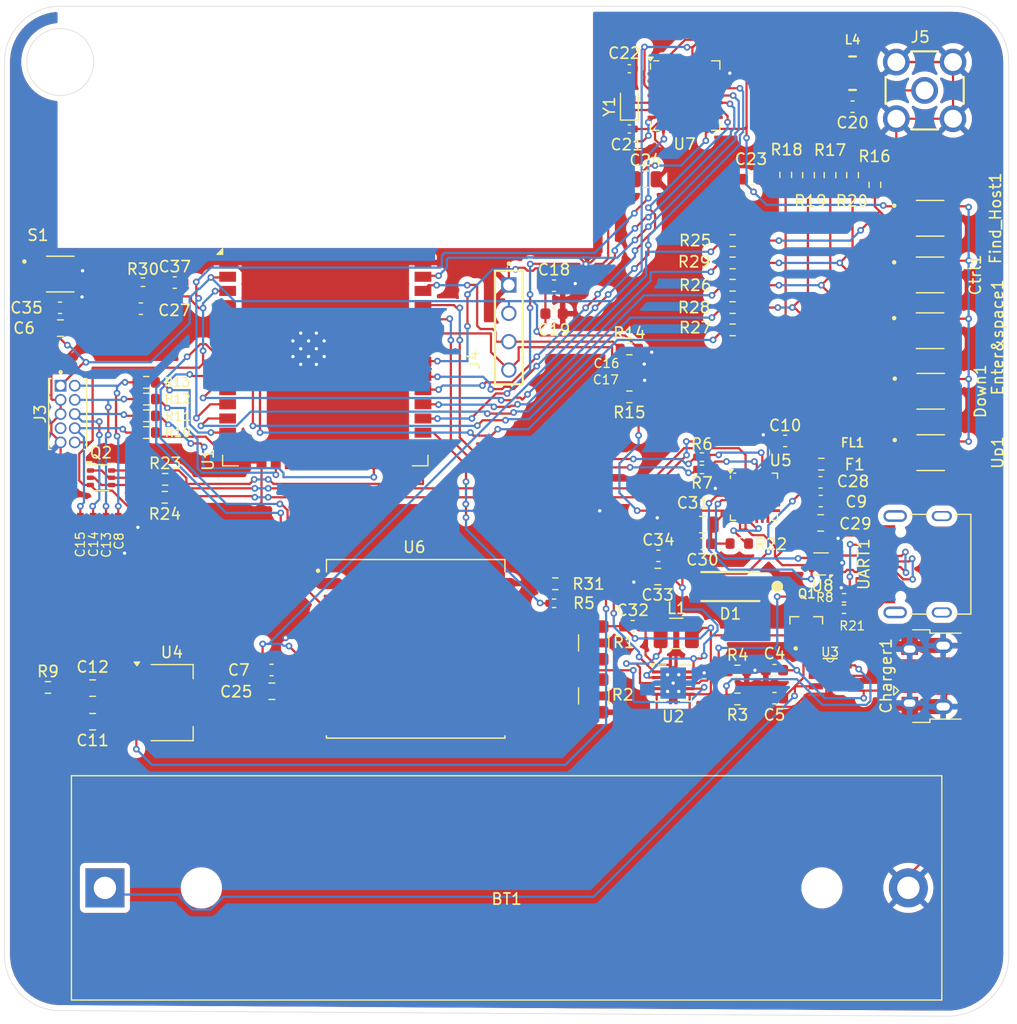
<source format=kicad_pcb>
(kicad_pcb (version 20241229) (generator "pcbnew") (generator_version "9.0")
  (layers (0 "F.Cu" signal) (2 "B.Cu" signal) (13 "F.Paste" user) (15 "B.Paste" user) (5 "F.SilkS" user "F.Silkscreen") (7 "B.SilkS" user "B.Silkscreen") (1 "F.Mask" user) (3 "B.Mask" user) (25 "Edge.Cuts" user))
  (net 0 "")
  (net 1 "Net-(Charger1-VBUS)")
  (net 2 "3.3V OUT")
  (net 3 "Net-(C8-Pad1)")
  (net 4 "EN")
  (net 5 "Net-(C13-Pad1)")
  (net 6 "Net-(C14-Pad1)")
  (net 7 "Net-(C15-Pad1)")
  (net 8 "TX")
  (net 9 "RX")
  (net 10 "I2C SCL")
  (net 11 "I2C SDL")
  (net 12 "Net-(C20-Pad1)")
  (net 13 "Net-(C20-Pad2)")
  (net 14 "Net-(U7-XTB)")
  (net 15 "Net-(U7-XTA)")
  (net 16 "Net-(U5-REGIN)")
  (net 17 "Net-(Q1-D)")
  (net 18 "GND")
  (net 19 "5v OUT")
  (net 20 "Net-(U2-VAUX)")
  (net 21 "Net-(U2-L)")
  (net 22 "Net-(U2-UVLO)")
  (net 23 "Net-(BT1-+)")
  (net 25 "Net-(U3-PROG)")
  (net 26 "Net-(Charger1-D+)")
  (net 27 "Net-(Ctrl1-Pad3)")
  (net 28 "Net-(Down1-Pad3)")
  (net 29 "Net-(Enter&space1-Pad3)")
  (net 30 "Net-(F1-Pad2)")
  (net 31 "Net-(U5-D-)")
  (net 32 "Net-(U5-D+)")
  (net 33 "Net-(Find_Host1-Pad3)")
  (net 37 "Net-(U5-VPP)")
  (net 39 "Net-(U5-~{RST})")
  (net 42 "DTR")
  (net 49 "Net-(U7-PA_BOOST)")
  (net 50 "MTDI")
  (net 51 "MTDO")
  (net 52 "MTCK")
  (net 53 "MTMS")
  (net 54 "RESET")
  (net 55 "SCK")
  (net 56 "NSS(CS)")
  (net 57 "MISO")
  (net 58 "MOSI")
  (net 59 "DIO0(IRQ)")
  (net 72 "RTS")
  (net 73 "IO0")
  (net 74 "GPS_Reset")
  (net 75 "Net-(U5-RXD)")
  (net 76 "Net-(U5-TXD)")
  (net 78 "Net-(UART1-CC2)")
  (net 81 "Net-(U6-~{RESET})")
  (net 82 "Net-(R18-Pad1)")
  (net 84 "GPS_TX")
  (net 88 "Net-(UART1-CC1)")
  (net 91 "Net-(U5-~{DTR})")
  (net 92 "Net-(U5-~{RTS})")
  (net 93 "Find_Host")
  (net 94 "Enter&space")
  (net 95 "Up")
  (net 96 "Down")
  (net 97 "Ctrl")
  (net 98 "Net-(U8-I{slash}O2-Pad3)")
  (net 99 "Net-(U8-I{slash}O1-Pad1)")
  (net 102 "Net-(C27-Pad2)")
  (net 103 "GPS_Rx")
  (footprint "Capacitor_SMD:C_0603_1608Metric" (layer "F.Cu") (at 71.3 70.55)
    (property "Reference" "C32")
    (property "Value" "4.7uF")
  )
  (footprint "Resistor_SMD:R_0603_1608Metric" (layer "F.Cu") (at 93 31 90)
    (property "Reference" "R16")
    (property "Value" "10K")
  )
  (footprint "Resistor_SMD:R_0603_1608Metric" (layer "F.Cu") (at 80.25 42 180)
    (property "Reference" "R28")
    (property "Value" "100R")
  )
  (footprint "12402012E212A:AMPHENOL_12402012E212A" (layer "F.Cu") (at 99 65 90)
    (property "Reference" "UART1")
    (property "Value" "12402012E212A")
  )
  (footprint "PESD0402-140:RESC1005X35N" (layer "F.Cu") (at 21.8 61.1 -90)
    (property "Reference" "C15")
    (property "Value" "PESD0402-140")
  )
  (footprint "Capacitor_SMD:C_0603_1608Metric" (layer "F.Cu") (at 91 24 180)
    (property "Reference" "C20")
    (property "Value" "27pF")
  )
  (footprint "PESD0402-140:RESC1005X35N" (layer "F.Cu") (at 24.1 61.1 -90)
    (property "Reference" "C13")
    (property "Value" "PESD0402-140")
  )
  (footprint "Diode_SMD:SW_SKRPABE010" (layer "F.Cu") (at 98 55)
    (property "Reference" "Up1")
    (property "Value" "SKRPABE010")
  )
  (footprint "Crystal:Crystal_SMD_2012-2Pin_2.0x1.2mm" (layer "F.Cu") (at 71 24 90)
    (property "Reference" "Y1")
    (property "Value" "32MHz")
  )
  (footprint "Capacitor_SMD:C_0603_1608Metric" (layer "F.Cu") (at 30.26 39.76)
    (property "Reference" "C37")
    (property "Value" "1uF")
  )
  (footprint "Diode_SMD:SW_SKRPABE010" (layer "F.Cu") (at 20 39)
    (property "Reference" "S1")
    (property "Value" "SKRPABE010")
  )
  (footprint "Resistor_SMD:R_0603_1608Metric" (layer "F.Cu") (at 87.05 30.13 90)
    (property "Reference" "R19")
    (property "Value" "10K")
  )
  (footprint "Resistor_SMD:R_0402_1005Metric" (layer "F.Cu") (at 77.5 55.4)
    (property "Reference" "R6")
    (property "Value" "22R")
  )
  (footprint "Capacitor_SMD:C_0603_1608Metric" (layer "F.Cu") (at 64.25 42.55)
    (property "Reference" "C19")
    (property "Value" "4.7uF")
  )
  (footprint "Inductor_SMD:L_1210_3225Metric" (layer "F.Cu") (at 75.2 71.2 180)
    (property "Reference" "L1")
    (property "Value" "2.2uH")
  )
  (footprint "Capacitor_SMD:C_0603_1608Metric" (layer "F.Cu") (at 27.225 42.1)
    (property "Reference" "C27")
    (property "Value" "0.1uF")
  )
  (footprint "Resistor_SMD:R_0603_1608Metric" (layer "F.Cu") (at 85.01 30.11 90)
    (property "Reference" "R18")
    (property "Value" "10K")
  )
  (footprint "Capacitor_SMD:C_0603_1608Metric" (layer "F.Cu") (at 84 74.49 180)
    (property "Reference" "C4")
    (property "Value" "4.7uF")
  )
  (footprint "Resistor_SMD:R_0402_1005Metric" (layer "F.Cu") (at 90.23 69.03)
    (property "Reference" "R21")
    (property "Value" "5.1K")
  )
  (footprint "WE-TPC_2811:WE-TPC_2811" (layer "F.Cu") (at 91 21 -90)
    (property "Reference" "L4")
    (property "Value" "744028000056")
  )
  (footprint "Capacitor_SMD:C_0603_1608Metric" (layer "F.Cu") (at 77.55 63.17 180)
    (property "Reference" "C30")
    (property "Value" "0.1uF")
  )
  (footprint "SMA-J-P-X-ST-TH1:SAMTEC_SMA-J-P-X-ST-TH1" (layer "F.Cu") (at 97.46 22.54)
    (property "Reference" "J5")
    (property "Value" "SMA-J-P-X-ST-TH1")
  )
  (footprint "Capacitor_SMD:C_0603_1608Metric" (layer "F.Cu") (at 19.98 42.02)
    (property "Reference" "C35")
    (property "Value" "1uF")
  )
  (footprint "Resistor_SMD:R_1210_3225Metric" (layer "F.Cu") (at 67.8 72.05 -90)
    (property "Reference" "R1")
    (property "Value" "2M")
  )
  (footprint "Package_TO_SOT_SMD:SOT-363_SC-70-6" (layer "F.Cu") (at 23.65 57.25)
    (property "Reference" "Q2")
    (property "Value" "UMH3N")
  )
  (footprint "Capacitor_SMD:C_0603_1608Metric" (layer "F.Cu") (at 81.95 30.5)
    (property "Reference" "C23")
    (property "Value" "0.1uF")
  )
  (footprint "PESD0402-140:RESC1005X35N" (layer "F.Cu") (at 71 48.5)
    (property "Reference" "C17")
    (property "Value" "PESD0402-140")
  )
  (footprint "Varistor:SULLINS_GRPB052VWVN-RC" (layer "F.Cu") (at 20.665 51.54 -90)
    (property "Reference" "J3")
    (property "Value" "GRPB052VWVN-RC")
  )
  (footprint "SI2333DS-T1-E3:SOT95P237X112-3N" (layer "F.Cu") (at 86.85 70.35 90)
    (property "Reference" "Q1")
    (property "Value" "Q_PMOS_DSG")
  )
  (footprint "Resistor_SMD:R_0402_1005Metric" (layer "F.Cu") (at 77.5 56.5)
    (property "Reference" "R7")
    (property "Value" "22R")
  )
  (footprint "Resistor_SMD:R_0603_1608Metric" (layer "F.Cu") (at 29.4 57.39)
    (property "Reference" "R23")
    (property "Value" "10K")
  )
  (footprint "Resistor_SMD:R_0603_1608Metric" (layer "F.Cu") (at 80.685 77.07)
    (property "Reference" "R3")
    (property "Value" "10K")
  )
  (footprint "Resistor_SMD:R_0603_1608Metric" (layer "F.Cu") (at 27.7 48.7 180)
    (property "Reference" "R13")
    (property "Value" "100R")
  )
  (footprint "Capacitor_SMD:C_0805_2012Metric" (layer "F.Cu") (at 22.9 76.1 180)
    (property "Reference" "C12")
    (property "Value" "22uF")
  )
  (footprint "Resistor_SMD:R_0603_1608Metric" (layer "F.Cu") (at 71 50)
    (property "Reference" "R15")
    (property "Value" "2.2K")
  )
  (footprint "Capacitor_SMD:C_0402_1005Metric" (layer "F.Cu") (at 71 20.6 180)
    (property "Reference" "C22")
    (property "Value" "12pF")
  )
  (footprint "Resistor_SMD:R_0603_1608Metric" (layer "F.Cu") (at 71 45.71)
    (property "Reference" "R14")
    (property "Value" "2.2K")
  )
  (footprint "BLM21PG221SN1D:BEADC2012X105N" (layer "F.Cu") (at 88.28 54.1 180)
    (property "Reference" "FL1")
    (property "Value" "BLM21PG221SN1D")
  )
  (footprint "Resistor_SMD:R_0603_1608Metric" (layer "F.Cu") (at 80.25 36 180)
    (property "Reference" "R25")
    (property "Value" "100R")
  )
  (footprint "Resistor_SMD:R_0603_1608Metric" (layer "F.Cu") (at 88.2 56.03)
    (property "Reference" "F1")
    (property "Value" "Polyfuse")
  )
  (footprint "Diode_SMD:SW_SKRPABE010" (layer "F.Cu") (at 97.945 39.075)
    (property "Reference" "Ctrl1")
    (property "Value" "SKRPABE010")
  )
  (footprint "Package_SON:Texas_S-PVSON-N10_ThermalVias" (layer "F.Cu") (at 74.925 75.65)
    (property "Reference" "U2")
    (property "Value" "TPS61200DRC")
  )
  (footprint "Resistor_SMD:R_0603_1608Metric" (layer "F.Cu") (at 64.36 66.75)
    (property "Reference" "R31")
    (property "Value" "1K")
  )
  (footprint "Battery:BatteryHolder_MPD_BH-18650-PC2" (layer "F.Cu") (at 24 94)
    (property "Reference" "BT1")
    (property "Value" "Battery_Cell")
  )
  (footprint "Resistor_SMD:R_0402_1005Metric" (layer "F.Cu") (at 27.41 39.73)
    (property "Reference" "R30")
    (property "Value" "22R")
  )
  (footprint "Resistor_SMD:R_0603_1608Metric" (layer "F.Cu") (at 88.98 30.13 90)
    (property "Reference" "R17")
    (property "Value" "10K")
  )
  (footprint "Diode_SMD:SW_SKRPABE010" (layer "F.Cu") (at 98 49.5)
    (property "Reference" "Down1")
    (property "Value" "SKRPABE010")
  )
  (footprint "Capacitor_SMD:C_0603_1608Metric" (layer "F.Cu") (at 84.96 53.95 180)
    (property "Reference" "C10")
    (property "Value" "4.7uF")
  )
  (footprint "Capacitor_SMD:C_0805_2012Metric" (layer "F.Cu") (at 20.01 43.84)
    (property "Reference" "C6")
    (property "Value" "22uF")
  )
  (footprint "L86-M33:XCVR_L86-M33" (layer "F.Cu") (at 51.85 73.08)
    (property "Reference" "U6")
    (property "Value" "L86-M33")
  )
  (footprint "PESD0402-140:RESC1005X35N" (layer "F.Cu") (at 22.95 61.1 -90)
    (property "Reference" "C14")
    (property "Value" "PESD0402-140")
  )
  (footprint "Resistor_SMD:R_0603_1608Metric" (layer "F.Cu") (at 27.7 50.2 180)
    (property "Reference" "R12")
    (property "Value" "100R")
  )
  (footprint "Resistor_SMD:R_1210_3225Metric" (layer "F.Cu") (at 67.8 76.8 -90)
    (property "Reference" "R2")
    (property "Value" "180K")
  )
  (footprint "Connector_USB:USB_Micro-B_Amphenol_10103594-0001LF_Horizontal" (layer "F.Cu") (at 98 75 90)
    (property "Reference" "Charger1")
    (property "Value" "Charger")
  )
  (footprint "Resistor_SMD:R_0603_1608Metric" (layer "F.Cu") (at 80.25 38 180)
    (property "Reference" "R29")
    (property "Value" "100R")
  )
  (footprint "Resistor_SMD:R_0603_1608Metric" (layer "F.Cu") (at 80.25 44 180)
    (property "Reference" "R27")
    (property "Value" "100R")
  )
  (footprint "Resistor_SMD:R_0603_1608Metric" (layer "F.Cu") (at 80.85 63.15 180)
    (property "Reference" "R22")
    (property "Value" "10K")
  )
  (footprint "Capacitor_SMD:C_0805_2012Metric" (layer "F.Cu") (at 88.14 61.3)
    (property "Reference" "C29")
    (property "Value" "22uF")
  )
  (footprint "Package_TO_SOT_SMD:SOT-223-3_TabPin2" (layer "F.Cu") (at 30 77.4)
    (property "Reference" "U4")
    (property "Value" "AMS1117-3.3")
  )
  (footprint "Package_TO_SOT_SMD:SOT95P280X145-5N" (layer "F.Cu") (at 89 75)
    (property "Reference" "U3")
    (property "Value" "MCP73831-2-OT")
  )
  (footprint "Resistor_SMD:R_0603_1608Metric" (layer "F.Cu") (at 29.37 59)
    (property "Reference" "R24")
    (property "Value" "10K")
  )
  (footprint "Capacitor_SMD:C_0805_2012Metric" (layer "F.Cu") (at 72.45 30.5 180)
    (property "Reference" "C24")
    (property "Value" "22uF")
  )
  (footprint "HTSW-104-20-TM-S:SAMTEC_HTSW-104-20-TM-S" (layer "F.Cu") (at 60.2 43.7875 90)
    (property "Reference" "J4")
    (property "Value" "OLED")
  )
  (footprint "Capacitor_SMD:C_0603_1608Metric" (layer "F.Cu") (at 73.6 64.25)
    (property "Reference" "C34")
    (property "Value" "1uF")
  )
  (footprint "Resistor_SMD:R_0603_1608Metric" (layer "F.Cu") (at 91 30.13 90)
    (property "Reference" "R20")
    (property "Value" "10K")
  )
  (footprint "Capacitor_SMD:C_0603_1608Metric" (layer "F.Cu") (at 64.25 40.04)
    (property "Reference" "C18")
    (property "Value" "0.1uF")
  )
  (footprint "Package_TO_SOT_SMD:SOT-666" (layer "F.Cu") (at 88.18 64.9725 180)
    (property "Reference" "U8")
    (property "Value" "USBLC6-2P6")
  )
  (footprint "Resistor_SMD:R_0603_1608Metric" (layer "F.Cu") (at 18.9 76.04)
    (property "Reference" "R9")
    (property "Value" "10K")
  )
  (footprint "Capacitor_SMD:C_0603_1608Metric" (layer "F.Cu") (at 88.13 57.66 180)
    (property "Reference" "C28")
    (property "Value" "0.1uF")
  )
  (footprint "Resistor_SMD:R_0603_1608Metric" (layer "F.Cu") (at 80.25 40 180)
    (property "Reference" "R26")
    (property "Value" "100R")
  )
  (footprint "Capacitor_SMD:C_0402_1005Metric" (layer "F.Cu") (at 71 26 180)
    (property "Reference" "C21")
    (property "Value" "12pF")
  )
  (footprint "Capacitor_SMD:C_0805_2012Metric" (layer "F.Cu") (at 38.96 76.38)
    (property "Reference" "C25")
    (property "Value" "22uF")
  )
  (footprint "Resistor_SMD:R_0603_1608Metric" (layer "F.Cu") (at 80.685 74.57)
    (property "Reference" "R4")
    (property "Value" "10K")
  )
  (footprint "Resistor_SMD:R_0603_1608Metric" (layer "F.Cu") (at 27.7 51.7 180)
    (property "Reference" "R11")
    (property "Value" "100R")
  )
  (footprint "Package_DFN_QFN:QFN-24-1EP_4x4mm_P0.5mm_EP2.6x2.6mm" (layer "F.Cu") (at 82.1625 58.95)
    (property "Reference" "U5")
    (property "Value" "CP2104")
  )
  (footprint "Capacitor_SMD:C_0603_1608Metric" (layer "F.Cu") (at 38.935 74.48)
    (property "Reference" "C7")
    (property "Value" "1uF")
  )
  (footprint "RF_Module:ESP32-WROOM-32E" (layer "F.Cu") (at 43.75 43.23)
    (property "Reference" "U1")
    (property "Value" "ESP32-WROOM-32E")
  )
  (footprint "Resistor_SMD:R_0402_1005Metric" (layer "F.Cu") (at 90.24 68.01)
    (property "Reference" "R8")
    (property "Value" "5.1K")
  )
  (footprint "Package_DFN_QFN:QFN-28-1EP_6x6mm_P0.65mm_EP4.8x4.8mm" (layer "F.Cu") (at 76 23)
    (property "Reference" "U7")
    (property "Value" "SX1278")
  )
  (footprint "Capacitor_SMD:C_0805_2012Metric" (layer "F.Cu") (at 73.55 66.1 180)
    (property "Reference" "C33")
    (property "Value" "22uF")
  )
  (footprint "PESD0402-140:RESC1005X35N" (layer "F.Cu") (at 25.2 61.1 -90)
    (property "Reference" "C8")
    (property "Value" "PESD0402-140")
  )
  (footprint "Capacitor_SMD:C_0603_1608Metric" (layer "F.Cu") (at 88.15 59.34)
    (property "Reference" "C9")
    (property "Value" "4.7uF")
  )
  (footprint "Diode_SMD:DIOM5226X220N" (layer "F.Cu") (at 80.05 67 180)
    (property "Reference" "D1")
    (property "Value" "MBRA160T3G")
  )
  (footprint "Resistor_SMD:R_0603_1608Metric" (layer "F.Cu") (at 27.7 53.2 180)
    (property "Reference" "R10")
    (property "Value" "100R")
  )
  (footprint "PESD0402-140:RESC1005X35N" (layer "F.Cu") (at 71 47)
    (property "Reference" "C16")
    (property "Value" "PESD0402-140")
  )
  (footprint "Diode_SMD:SW_SKRPABE010" (layer "F.Cu") (at 97.95 34)
    (property "Reference" "Find_Host1")
    (property "Value" "SKRPABE010")
  )
  (footprint "Diode_SMD:SW_SKRPABE010" (layer "F.Cu") (at 97.945 44.075)
    (property "Reference" "Enter&space1")
    (property "Value" "SKRPABE010")
  )
  (footprint "Capacitor_SMD:C_0805_2012Metric" (layer "F.Cu") (at 77.55 61.45)
    (property "Reference" "C31")
    (property "Value" "22uF")
  )
  (footprint "Capacitor_SMD:C_0805_2012Metric" (layer "F.Cu") (at 22.9 79.11 180)
    (property "Reference" "C11")
    (property "Value" "22uF")
  )
  (footprint "Capacitor_SMD:C_0603_1608Metric" (layer "F.Cu") (at 84 77 180)
    (property "Reference" "C5")
    (property "Value" "4.7uF")
  )
  (footprint "Resistor_SMD:R_0402_1005Metric" (layer "F.Cu") (at 64.25 68.5)
    (property "Reference" "R5")
    (property "Value" "100R")
  )
  (gr_line (start 100 15) (end 20 15) (stroke (width 0.05)) (layer "Edge.Cuts"))
  (gr_arc (start 105 100) (mid 103.389087 103.889087) (end 99.5 105.5) (stroke (width 0.05)) (layer "Edge.Cuts"))
  (gr_circle (center 20 20) (end 23 20) (stroke (width 0.05)) (fill no) (layer "Edge.Cuts"))
  (gr_arc (start 20 105) (mid 16.464466 103.535534) (end 15 100) (stroke (width 0.05)) (layer "Edge.Cuts"))
  (gr_line (start 20 105) (end 99.5 105.5) (stroke (width 0.05)) (layer "Edge.Cuts"))
  (gr_arc (start 15 20) (mid 16.464466 16.464466) (end 20 15) (stroke (width 0.05)) (layer "Edge.Cuts"))
  (gr_line (start 15 20) (end 15 100) (stroke (width 0.05)) (layer "Edge.Cuts"))
  (gr_arc (start 100 15) (mid 103.535534 16.464466) (end 105 20) (stroke (width 0.05)) (layer "Edge.Cuts"))
  (gr_line (start 105 20) (end 105 100) (stroke (width 0.05)) (layer "Edge.Cuts"))
  (segment (start 84.785 74.5) (end 84.775 74.49) (width 0.2) (layer "F.Cu") (net 1))
  (segment (start 86.85 69.325) (end 85.425 67.9) (width 0.2) (layer "F.Cu") (net 1))
  (segment (start 85.425 67.9) (end 84.25 67.9) (width 0.2) (layer "F.Cu") (net 1))
  (segment (start 92 76.325) (end 96.235 76.325) (width 0.2) (layer "F.Cu") (net 1))
  (segment (start 90.2954 75.9398) (end 90.6806 76.325) (width 0.2) (layer "F.Cu") (net 1))
  (segment (start 90.6806 76.325) (end 92 76.325) (width 0.2) (layer "F.Cu") (net 1))
  (segment (start 92 76.325) (end 92 77) (width 0.2) (layer "F.Cu") (net 1))
  (segment (start 86 74.5) (end 84.785 74.5) (width 0.2) (layer "F.Cu") (net 1))
  (segment (start 79 72.5) (end 79 73.55) (width 0.2) (layer "F.Cu") (net 1))
  (segment (start 79 73.55) (end 79.86 74.41) (width 0.2) (layer "F.Cu") (net 1))
  (segment (start 79.86 74.41) (end 79.86 74.57) (width 0.2) (layer "F.Cu") (net 1))
  (via (at 84.25 67.9) (size 0.6) (drill 0.3) (layers "F.Cu" "B.Cu") (net 1))
  (via (at 79 72.5) (size 0.6) (drill 0.3) (layers "F.Cu" "B.Cu") (net 1))
  (via (at 92 77) (size 0.6) (drill 0.3) (layers "F.Cu" "B.Cu") (net 1))
  (via (at 86 74.5) (size 0.6) (drill 0.3) (layers "F.Cu" "B.Cu") (net 1))
  (segment (start 84.25 72.25) (end 84 72.5) (width 0.2) (layer "B.Cu") (net 1))
  (segment (start 86.5 75) (end 86 74.5) (width 0.2) (layer "B.Cu") (net 1))
  (segment (start 88.5 77) (end 86.5 75) (width 0.2) (layer "B.Cu") (net 1))
  (segment (start 79 72.5) (end 84 72.5) (width 0.2) (layer "B.Cu") (net 1))
  (segment (start 92 77) (end 88.5 77) (width 0.2) (layer "B.Cu") (net 1))
  (segment (start 84.25 67.9) (end 84.25 72.25) (width 0.2) (layer "B.Cu") (net 1))
  (segment (start 84 72.5) (end 86.5 75) (width 0.2) (layer "B.Cu") (net 1))
  (segment (start 38.13 74.58) (end 38.13 76.255) (width 0.2) (layer "F.Cu") (net 2))
  (segment (start 77.850735 26.086765) (end 77.95 25.9875) (width 0.2) (layer "F.Cu") (net 2))
  (segment (start 37.985 76.4) (end 36.985 77.4) (width 0.2) (layer "F.Cu") (net 2))
  (segment (start 101.4 48.4) (end 100.1 48.4) (width 0.2) (layer "F.Cu") (net 2))
  (segment (start 95.87 38) (end 100.02 38) (width 0.2) (layer "F.Cu") (net 2))
  (segment (start 81.5 18.401) (end 76.95 18.401) (width 0.2) (layer "F.Cu") (net 2))
  (segment (start 20.59 45.37) (end 20.64 45.37) (width 0.2) (layer "F.Cu") (net 2))
  (segment (start 19.06 43.84) (end 20.59 45.37) (width 0.2) (layer "F.Cu") (net 2))
  (segment (start 23.85 76.1) (end 25.15 77.4) (width 0.2) (layer "F.Cu") (net 2))
  (segment (start 22.82 77.13) (end 23.85 76.1) (width 0.2) (layer "F.Cu") (net 2))
  (segment (start 40.492464 72.333744) (end 42.50872 74.35) (width 0.2) (layer "F.Cu") (net 2))
  (segment (start 79.27 60.68) (end 79.27 60.2) (width 0.2) (layer "F.Cu") (net 2))
  (segment (start 76.7505 18.6005) (end 76.65 18.701) (width 0.2) (layer "F.Cu") (net 2))
  (segment (start 19.205 42.02) (end 19.205 43.695) (width 0.2) (layer "F.Cu") (net 2))
  (segment (start 95.87 43) (end 100.02 43) (width 0.2) (layer "F.Cu") (net 2))
  (segment (start 72.36 21.318824) (end 72.36 21.431176) (width 0.2) (layer "F.Cu") (net 2))
  (segment (start 78.325 63.17) (end 78.325 61.625) (width 0.2) (layer "F.Cu") (net 2))
  (segment (start 34.94 39.3) (end 35 39.24) (width 0.2) (layer "F.Cu") (net 2))
  (segment (start 19.725 76.04) (end 20.815 77.13) (width 0.2) (layer "F.Cu") (net 2))
  (segment (start 63.475 40.04) (end 63.475 42.55) (width 0.2) (layer "F.Cu") (net 2))
  (segment (start 78.5 61.45) (end 79.27 60.68) (width 0.2) (layer "F.Cu") (net 2))
  (segment (start 95.875 32.925) (end 100.025 32.925) (width 0.2) (layer "F.Cu") (net 2))
  (segment (start 100.075 53.925) (end 95.925 53.925) (width 0.2) (layer "F.Cu") (net 2))
  (segment (start 80.225 60.2) (end 79.27 60.2) (width 0.2) (layer "F.Cu") (net 2))
  (segment (start 81.5 25.8) (end 81.5 25.7) (width 0.2) (layer "F.Cu") (net 2))
  (segment (start 72.36 20.781176) (end 72.324 20.817176) (width 0.2) (layer "F.Cu") (net 2))
  (segment (start 77.95 25.9875) (end 81.3125 25.9875) (width 0.2) (layer "F.Cu") (net 2))
  (segment (start 72.36 21.968824) (end 72.36 22.063969) (width 0.2) (layer "F.Cu") (net 2))
  (segment (start 42.50872 74.35) (end 44.1 74.35) (width 0.2) (layer "F.Cu") (net 2))
  (segment (start 101.4 37.8) (end 100.22 37.8) (width 0.2) (layer "F.Cu") (net 2))
  (segment (start 100.1 48.4) (end 100.075 48.425) (width 0.2) (layer "F.Cu") (net 2))
  (segment (start 71.5 30.5) (end 72.725 29.275) (width 0.2) (layer "F.Cu") (net 2))
  (segment (start 70.615 44.5) (end 63.05 44.5) (width 0.2) (layer "F.Cu") (net 2))
  (segment (start 72.324 21.467176) (end 72.324 21.932824) (width 0.2) (layer "F.Cu") (net 2))
  (segment (start 72.36 18.65) (end 72.36 20.781176) (width 0.2) (layer "F.Cu") (net 2))
  (segment (start 33.15 77.4) (end 26.85 77.4) (width 0.2) (layer "F.Cu") (net 2))
  (segment (start 100.025 32.925) (end 101.325 32.925) (width 0.2) (layer "F.Cu") (net 2))
  (segment (start 72.324 20.817176) (end 72.324 21.282824) (width 0.2) (layer "F.Cu") (net 2))
  (segment (start 101.4 54) (end 100.15 54) (width 0.2) (layer "F.Cu") (net 2))
  (segment (start 95.925 48.425) (end 100.075 48.425) (width 0.2) (layer "F.Cu") (net 2))
  (segment (start 101.325 32.925) (end 101.4 33) (width 0.2) (layer "F.Cu") (net 2))
  (segment (start 25.15 77.4) (end 26.85 77.4) (width 0.2) (layer "F.Cu") (net 2))
  (segment (start 36.985 77.4) (end 31.875 77.4) (width 0.2) (layer "F.Cu") (net 2))
  (segment (start 101.4 43) (end 100.02 43) (width 0.2) (layer "F.Cu") (net 2))
  (segment (start 71.825 45.71) (end 70.615 44.5) (width 0.2) (layer "F.Cu") (net 2))
  (segment (start 76.95 18.401) (end 76.7505 18.6005) (width 0.2) (layer "F.Cu") (net 2))
  (segment (start 78.325 61.625) (end 78.5 61.45) (width 0.2) (layer "F.Cu") (net 2))
  (segment (start 81.5 26.8) (end 81.5 25.7) (width 0.2) (layer "F.Cu") (net 2))
  (segment (start 22.13 46.9) (end 22.3 46.9) (width 0.2) (layer "F.Cu") (net 2))
  (segment (start 72.36 22.063969) (end 72.646031 22.35) (width 0.2) (layer "F.Cu") (net 2))
  (segment (start 78.345 63.15) (end 78.325 63.17) (width 0.2) (layer "F.Cu") (net 2))
  (segment (start 72.36 21.431176) (end 72.324 21.467176) (width 0.2) (layer "F.Cu") (net 2))
  (segment (start 63.475 43.375) (end 63.475 42.55) (width 0.2) (layer "F.Cu") (net 2))
  (segment (start 77.850735 27.050735) (end 77.850735 26.086765) (width 0.2) (layer "F.Cu") (net 2))
  (segment (start 100.22 37.8) (end 100.02 38) (width 0.2) (layer "F.Cu") (net 2))
  (segment (start 38.13 76.255) (end 37.985 76.4) (width 0.2) (layer "F.Cu") (net 2))
  (segment (start 71.825 53.45) (end 71.825 50) (width 0.2) (layer "F.Cu") (net 2))
  (segment (start 81.175 30.675) (end 82.13 31.63) (width 0.2) (layer "F.Cu") (net 2))
  (segment (start 72.324 21.282824) (end 72.36 21.318824) (width 0.2) (layer "F.Cu") (net 2))
  (segment (start 19.205 43.695) (end 19.06 43.84) (width 0.2) (layer "F.Cu") (net 2))
  (segment (start 38.13 72.15) (end 38.14 72.14) (width 0.2) (layer "F.Cu") (net 2))
  (segment (start 44.1 74.35) (end 44.1 76.89) (width 0.2) (layer "F.Cu") (net 2))
  (segment (start 93.749265 32.850735) (end 93.82353 32.925) (width 0.2) (layer "F.Cu") (net 2))
  (segment (start 73 46.885) (end 73 48.825) (width 0.2) (layer "F.Cu") (net 2))
  (segment (start 71.825 45.71) (end 73 46.885) (width 0.2) (layer "F.Cu") (net 2))
  (segment (start 33.5 39.3) (end 34.94 39.3) (width 0.2) (layer "F.Cu") (net 2))
  (segment (start 72.646031 22.35) (end 73.0125 22.35) (width 0.2) (layer "F.Cu") (net 2))
  (segment (start 38.13 74.58) (end 38.13 72.15) (width 0.2) (layer "F.Cu") (net 2))
  (segment (start 20.03 49) (end 22.13 46.9) (width 0.2) (layer "F.Cu") (net 2))
  (segment (start 72.324 21.932824) (end 72.36 21.968824) (width 0.2) (layer "F.Cu") (net 2))
  (segment (start 62.7 44.15) (end 63.475 43.375) (width 0.2) (layer "F.Cu") (net 2))
  (segment (start 81.5 25.7) (end 81.5 18.401) (width 0.2) (layer "F.Cu") (net 2))
  (segment (start 100.15 54) (end 100.075 53.925) (width 0.2) (layer "F.Cu") (net 2))
  (segment (start 76.65 18.701) (end 76.65 20.0125) (width 0.2) (layer "F.Cu") (net 2))
  (segment (start 80.025 63.15) (end 78.345 63.15) (width 0.2) (layer "F.Cu") (net 2))
  (segment (start 63.05 44.5) (end 62.7 44.15) (width 0.2) (layer "F.Cu") (net 2))
  (segment (start 80.225 60.2) (end 80.225 59.7) (width 0.2) (layer "F.Cu") (net 2))
  (segment (start 81.175 30.5) (end 81.175 30.675) (width 0.2) (layer "F.Cu") (net 2))
  (segment (start 81.3125 25.9875) (end 81.5 25.8) (width 0.2) (layer "F.Cu") (net 2))
  (segment (start 76.174265 18.674265) (end 76.676735 18.674265) (width 0.2) (layer "F.Cu") (net 2))
  (segment (start 76.676735 18.674265) (end 76.7505 18.6005) (width 0.2) (layer "F.Cu") (net 2))
  (segment (start 93.82353 32.925) (end 95.875 32.925) (width 0.2) (layer "F.Cu") (net 2))
  (segment (start 72.725 29.275) (end 73.3 29.275) (width 0.2) (layer "F.Cu") (net 2))
  (segment (start 20.815 77.13) (end 22.82 77.13) (width 0.2) (layer "F.Cu") (net 2))
  (segment (start 73 48.825) (end 71.825 50) (width 0.2) (layer "F.Cu") (net 2))
  (segment (start 79.27 60.2) (end 71.7 60.2) (width 0.2) (layer "F.Cu") (net 2))
  (via (at 40.492464 72.333744) (size 0.6) (drill 0.3) (layers "F.Cu" "B.Cu") (net 2))
  (via (at 101.4 54) (size 0.6) (drill 0.3) (layers "F.Cu" "B.Cu") (net 2))
  (via (at 101.4 37.8) (size 0.6) (drill 0.3) (layers "F.Cu" "B.Cu") (net 2))
  (via (at 20.64 45.37) (size 0.6) (drill 0.3) (layers "F.Cu" "B.Cu") (net 2))
  (via (at 33.5 39.3) (size 0.6) (drill 0.3) (layers "F.Cu" "B.Cu") (net 2))
  (via (at 38.14 72.14) (size 0.6) (drill 0.3) (layers "F.Cu" "B.Cu") (net 2))
  (via (at 93.749265 32.850735) (size 0.6) (drill 0.3) (layers "F.Cu" "B.Cu") (net 2))
  (via (at 101.4 43) (size 0.6) (drill 0.3) (layers "F.Cu" "B.Cu") (net 2))
  (via (at 72.36 18.65) (size 0.6) (drill 0.3) (layers "F.Cu" "B.Cu") (net 2))
  (via (at 101.4 48.4) (size 0.6) (drill 0.3) (layers "F.Cu" "B.Cu") (net 2))
  (via (at 71.825 53.45) (size 0.6) (drill 0.3) (layers "F.Cu" "B.Cu") (net 2))
  (via (at 62.7 44.15) (size 0.6) (drill 0.3) (layers "F.Cu" "B.Cu") (net 2))
  (via (at 82.13 31.63) (size 0.6) (drill 0.3) (layers "F.Cu" "B.Cu") (net 2))
  (via (at 22.3 46.9) (size 0.6) (drill 0.3) (layers "F.Cu" "B.Cu") (net 2))
  (via (at 73.3 29.275) (size 0.6) (drill 0.3) (layers "F.Cu" "B.Cu") (net 2))
  (via (at 76.174265 18.674265) (size 0.6) (drill 0.3) (layers "F.Cu" "B.Cu") (net 2))
  (via (at 101.4 33) (size 0.6) (drill 0.3) (layers "F.Cu" "B.Cu") (net 2))
  (via (at 77.850735 27.050735) (size 0.6) (drill 0.3) (layers "F.Cu" "B.Cu") (net 2))
  (via (at 71.7 60.2) (size 0.6) (drill 0.3) (layers "F.Cu" "B.Cu") (net 2))
  (via (at 81.5 26.8) (size 0.6) (drill 0.3) (layers "F.Cu" "B.Cu") (net 2))
  (segment (start 76.15 18.65) (end 76.174265 18.674265) (width 0.2) (layer "B.Cu") (net 2))
  (segment (start 70.11 55.965) (end 70.11 58.61) (width 0.2) (layer "B.Cu") (net 2))
  (segment (start 20.64 45.37) (end 20.77 45.37) (width 0.2) (layer "B.Cu") (net 2))
  (segment (start 81.5 31) (end 81.5 26.8) (width 0.2) (layer "B.Cu") (net 2))
  (segment (start 62.723618 44.126382) (end 62.723618 41.798675) (width 0.2) (layer "B.Cu") (net 2))
  (segment (start 28.1 46.9) (end 22.3 46.9) (width 0.2) (layer "B.Cu") (net 2))
  (segment (start 61.7 41.425) (end 60.2 41.425) (width 0.2) (layer "B.Cu") (net 2))
  (segment (start 40.45872 72.3) (end 39.99 72.3) (width 0.2) (layer "B.Cu") (net 2))
  (segment (start 40.492464 72.333744) (end 40.45872 72.3) (width 0.2) (layer "B.Cu") (net 2))
  (segment (start 101.4 48.4) (end 101.4 54) (width 0.2) (layer "B.Cu") (net 2))
  (segment (start 72.36 18.65) (end 72.1 18.91) (width 0.2) (layer "B.Cu") (net 2))
  (segment (start 82.13 31.63) (end 81.5 31) (width 0.2) (layer "B.Cu") (net 2))
  (segment (start 39.99 72.3) (end 39.83 72.14) (width 0.2) (layer "B.Cu") (net 2))
  (segment (start 62.349943 41.425) (end 61.7 41.425) (width 0.2) (layer "B.Cu") (net 2))
  (segment (start 69.375 41.425) (end 61.7 41.425) (width 0.2) (layer "B.Cu") (net 2))
  (segment (start 101.4 33) (end 101.4 37.8) (width 0.2) (layer "B.Cu") (net 2))
  (segment (start 31.596902 41.11369) (end 32.399592 40.311) (width 0.2) (layer "B.Cu") (net 2))
  (segment (start 20.77 45.37) (end 22.3 46.9) (width 0.2) (layer "B.Cu") (net 2))
  (segment (start 72.1 18.91) (end 72.1 38.7) (width 0.2) (layer "B.Cu") (net 2))
  (segment (start 83.3 32.8) (end 82.13 31.63) (width 0.2) (layer "B.Cu") (net 2))
  (segment (start 39.83 72.14) (end 38.14 72.14) (width 0.2) (layer "B.Cu") (net 2))
  (segment (start 77.849265 27.050735) (end 77.850735 27.050735) (width 0.2) (layer "B.Cu") (net 2))
  (segment (start 75.625 29.275) (end 77.849265 27.050735) (width 0.2) (layer "B.Cu") (net 2))
  (segment (start 70.11 58.61) (end 71.7 60.2) (width 0.2) (layer "B.Cu") (net 2))
  (segment (start 31.596902 43.403098) (end 28.1 46.9) (width 0.2) (layer "B.Cu") (net 2))
  (segment (start 71.825 53.45) (end 71.825 54.25) (width 0.2) (layer "B.Cu") (net 2))
  (segment (start 38.66 72.14) (end 69.375 41.425) (width 0.2) (layer "B.Cu") (net 2))
  (segment (start 93.749265 32.850735) (end 93.69853 32.8) (width 0.2) (layer "B.Cu") (net 2))
  (segment (start 93.69853 32.8) (end 83.3 32.8) (width 0.2) (layer "B.Cu") (net 2))
  (segment (start 101.4 37.8) (end 101.4 43) (width 0.2) (layer "B.Cu") (net 2))
  (segment (start 35.625 41.425) (end 33.5 39.3) (width 0.2) (layer "B.Cu") (net 2))
  (segment (start 38.14 72.14) (end 38.66 72.14) (width 0.2) (layer "B.Cu") (net 2))
  (segment (start 62.7 44.15) (end 62.723618 44.126382) (width 0.2) (layer "B.Cu") (net 2))
  (segment (start 60.2 41.425) (end 35.625 41.425) (width 0.2) (layer "B.Cu") (net 2))
  (segment (start 60.2 42.5175) (end 60.2 41.425) (width 0.2) (layer "B.Cu") (net 2))
  (segment (start 72.1 38.7) (end 69.375 41.425) (width 0.2) (layer "B.Cu") (net 2))
  (segment (start 101.4 43) (end 101.4 48.4) (width 0.2) (layer "B.Cu") (net 2))
  (segment (start 62.723618 41.798675) (end 62.349943 41.425) (width 0.2) (layer "B.Cu") (net 2))
  (segment (start 72.36 18.65) (end 76.15 18.65) (width 0.2) (layer "B.Cu") (net 2))
  (segment (start 31.596902 41.11369) (end 31.596902 43.403098) (width 0.2) (layer "B.Cu") (net 2))
  (segment (start 71.825 54.25) (end 70.11 55.965) (width 0.2) (layer "B.Cu") (net 2))
  (segment (start 32.399592 40.311) (end 32.489 40.311) (width 0.2) (layer "B.Cu") (net 2))
  (segment (start 32.489 40.311) (end 33.5 39.3) (width 0.2) (layer "B.Cu") (net 2))
  (segment (start 73.3 29.275) (end 75.625 29.275) (width 0.2) (layer "B.Cu") (net 2))
  (segment (start 24.999 49.756421) (end 25.085421 49.67) (width 0.2) (layer "F.Cu") (net 3))
  (segment (start 26.875 48.7) (end 25.8 48.7) (width 0.2) (layer "F.Cu") (net 3))
  (segment (start 24.999 53.424904) (end 24.999 49.756421) (width 0.2) (layer "F.Cu") (net 3))
  (segment (start 25.092607 53.518511) (end 24.999 53.424904) (width 0.2) (layer "F.Cu") (net 3))
  (segment (start 25.2 60.643) (end 25.2 59.8) (width 0.2) (layer "F.Cu") (net 3))
  (via (at 25.2 59.8) (size 0.6) (drill 0.3) (layers "F.Cu" "B.Cu") (net 3))
  (via (at 25.8 48.7) (size 0.6) (drill 0.3) (layers "F.Cu" "B.Cu") (net 3))
  (via (at 25.092607 53.518511) (size 0.6) (drill 0.3) (layers "F.Cu" "B.Cu") (net 3))
  (via (at 25.085421 49.67) (size 0.6) (drill 0.3) (layers "F.Cu" "B.Cu") (net 3))
  (segment (start 25.2 53.625904) (end 25.092607 53.518511) (width 0.2) (layer "B.Cu") (net 3))
  (segment (start 25.5 48.7) (end 25.2 49) (width 0.2) (layer "B.Cu") (net 3))
  (segment (start 25.2 49) (end 21.3 49) (width 0.2) (layer "B.Cu") (net 3))
  (segment (start 25.8 48.7) (end 25.5 48.7) (width 0.2) (layer "B.Cu") (net 3))
  (segment (start 25.085421 49.114579) (end 25.2 49) (width 0.2) (layer "B.Cu") (net 3))
  (segment (start 25.2 59.8) (end 25.2 53.625904) (width 0.2) (layer "B.Cu") (net 3))
  (segment (start 25.085421 49.67) (end 25.085421 49.114579) (width 0.2) (layer "B.Cu") (net 3))
  (segment (start 32.431744 42.05) (end 32.796902 42.05) (width 0.2) (layer "F.Cu") (net 4))
  (segment (start 22.7 57.9) (end 23.201 58.401) (width 0.2) (layer "F.Cu") (net 4))
  (segment (start 21.7 57.5) (end 22.1 57.9) (width 0.2) (layer "F.Cu") (net 4))
  (segment (start 24.650943 58.401) (end 26.36 60.110057) (width 0.2) (layer "F.Cu") (net 4))
  (segment (start 27.92 39.73) (end 29.455 39.73) (width 0.2) (layer "F.Cu") (net 4))
  (segment (start 22.72 54.08) (end 21.7 55.1) (width 0.2) (layer "F.Cu") (net 4))
  (segment (start 31.72 41.338256) (end 32.431744 42.05) (width 0.2) (layer "F.Cu") (net 4))
  (segment (start 22.1 57.9) (end 22.7 57.9) (width 0.2) (layer "F.Cu") (net 4))
  (segment (start 22.9 47.42) (end 22.93 47.39) (width 0.2) (layer "F.Cu") (net 4))
  (segment (start 26.36 67.755) (end 18.075 76.04) (width 0.2) (layer "F.Cu") (net 4))
  (segment (start 23.201 58.401) (end 24.650943 58.401) (width 0.2) (layer "F.Cu") (net 4))
  (segment (start 30.725 41) (end 31.72 41) (width 0.2) (layer "F.Cu") (net 4))
  (segment (start 26.36 60.110057) (end 26.36 67.755) (width 0.2) (layer "F.Cu") (net 4))
  (segment (start 29.455 39.73) (end 29.485 39.76) (width 0.2) (layer "F.Cu") (net 4))
  (segment (start 29.485 39.76) (end 30.725 41) (width 0.2) (layer "F.Cu") (net 4))
  (segment (start 22.72 54.08) (end 22.9 53.9) (width 0.2) (layer "F.Cu") (net 4))
  (segment (start 22.72 54.08) (end 21.3 54.08) (width 0.2) (layer "F.Cu") (net 4))
  (segment (start 21.7 55.1) (end 21.7 57.5) (width 0.2) (layer "F.Cu") (net 4))
  (segment (start 22.93 47.39) (end 32.43 47.39) (width 0.2) (layer "F.Cu") (net 4))
  (segment (start 22.9 53.9) (end 22.9 47.42) (width 0.2) (layer "F.Cu") (net 4))
  (segment (start 32.43 47.39) (end 32.796902 47.023098) (width 0.2) (layer "F.Cu") (net 4))
  (segment (start 33.899064 40.51) (end 35 40.51) (width 0.2) (layer "F.Cu") (net 4))
  (segment (start 32.796902 47.023098) (end 32.796902 45.88) (width 0.2) (layer "F.Cu") (net 4))
  (segment (start 31.72 41) (end 31.72 41.338256) (width 0.2) (layer "F.Cu") (net 4))
  (via (at 32.796902 45.88) (size 0.6) (drill 0.3) (layers "F.Cu" "B.Cu") (net 4))
  (via (at 32.796902 42.05) (size 0.6) (drill 0.3) (layers "F.Cu" "B.Cu") (net 4))
  (via (at 33.880267 40.528797) (size 0.6) (drill 0.3) (layers "F.Cu" "B.Cu") (net 4))
  (segment (start 32.796902 45.88) (end 32.796902 42.05) (width 0.2) (layer "B.Cu") (net 4))
  (segment (start 32.796902 42.05) (end 32.796902 41.612162) (width 0.2) (layer "B.Cu") (net 4))
  (segment (start 32.796902 41.612162) (end 33.880267 40.528797) (width 0.2) (layer "B.Cu") (net 4))
  (segment (start 26.875 50.2) (end 25.7 50.2) (width 0.2) (layer "F.Cu") (net 5))
  (segment (start 24.3 53.41) (end 24.3 50.94) (width 0.2) (layer "F.Cu") (net 5))
  (segment (start 24.1 60.643) (end 24.1 59.8) (width 0.2) (layer "F.Cu") (net 5))
  (via (at 24.3 50.94) (size 0.6) (drill 0.3) (layers "F.Cu" "B.Cu") (net 5))
  (via (at 24.1 59.8) (size 0.6) (drill 0.3) (layers "F.Cu" "B.Cu") (net 5))
  (via (at 24.3 53.41) (size 0.6) (drill 0.3) (layers "F.Cu" "B.Cu") (net 5))
  (via (at 25.7 50.2) (size 0.6) (drill 0.3) (layers "F.Cu" "B.Cu") (net 5))
  (segment (start 24.3 50.37) (end 24.2 50.27) (width 0.2) (layer "B.Cu") (net 5))
  (segment (start 24.1 53.61) (end 24.3 53.41) (width 0.2) (layer "B.Cu") (net 5))
  (segment (start 25.7 50.2) (end 25.63 50.27) (width 0.2) (layer "B.Cu") (net 5))
  (segment (start 24.1 59.8) (end 24.1 53.61) (width 0.2) (layer "B.Cu") (net 5))
  (segment (start 25.63 50.27) (end 24.2 50.27) (width 0.2) (layer "B.Cu") (net 5))
  (segment (start 24.3 50.94) (end 24.3 50.37) (width 0.2) (layer "B.Cu") (net 5))
  (segment (start 24.2 50.27) (end 21.3 50.27) (width 0.2) (layer "B.Cu") (net 5))
  (segment (start 26.875 51.7) (end 25.8 51.7) (width 0.2) (layer "F.Cu") (net 6))
  (segment (start 22.95 60.643) (end 22.95 59.85) (width 0.2) (layer "F.Cu") (net 6))
  (segment (start 22.95 59.85) (end 22.9 59.8) (width 0.2) (layer "F.Cu") (net 6))
  (segment (start 25.8 51.7) (end 25.7 51.6) (width 0.2) (layer "F.Cu") (net 6))
  (segment (start 23.5 53.41) (end 23.5 52.21) (width 0.2) (layer "F.Cu") (net 6))
  (via (at 23.5 52.21) (size 0.6) (drill 0.3) (layers "F.Cu" "B.Cu") (net 6))
  (via (at 23.5 53.41) (size 0.6) (drill 0.3) (layers "F.Cu" "B.Cu") (net 6))
  (via (at 25.7 51.6) (size 0.6) (drill 0.3) (layers "F.Cu" "B.Cu") (net 6))
  (via (at 22.9 59.8) (size 0.6) (drill 0.3) (layers "F.Cu" "B.Cu") (net 6))
  (segment (start 25.64 51.54) (end 21.3 51.54) (width 0.2) (layer "B.Cu") (net 6))
  (segment (start 23.5 59.2) (end 23.5 53.41) (width 0.2) (layer "B.Cu") (net 6))
  (segment (start 25.7 51.6) (end 25.64 51.54) (width 0.2) (layer "B.Cu") (net 6))
  (segment (start 23.5 52.21) (end 21.97 52.21) (width 0.2) (layer "B.Cu") (net 6))
  (segment (start 22.9 59.8) (end 23.5 59.2) (width 0.2) (layer "B.Cu") (net 6))
  (segment (start 21.97 52.21) (end 21.3 51.54) (width 0.2) (layer "B.Cu") (net 6))
  (segment (start 25.9 53.2) (end 25.6 52.9) (width 0.2) (layer "F.Cu") (net 7))
  (segment (start 26.875 53.2) (end 25.9 53.2) (width 0.2) (layer "F.Cu") (net 7))
  (segment (start 21.8 60.643) (end 21.8 59.8) (width 0.2) (layer "F.Cu") (net 7))
  (via (at 25.6 52.9) (size 0.6) (drill 0.3) (layers "F.Cu" "B.Cu") (net 7))
  (via (at 21.8 59.8) (size 0.6) (drill 0.3) (layers "F.Cu" "B.Cu") (net 7))
  (segment (start 25.51 52.81) (end 21.3 52.81) (width 0.2) (layer "B.Cu") (net 7))
  (segment (start 22.126 53.636) (end 21.3 52.81) (width 0.2) (layer "B.Cu") (net 7))
  (segment (start 21.8 59.8) (end 22.126 59.474) (width 0.2) (layer "B.Cu") (net 7))
  (segment (start 25.6 52.9) (end 25.51 52.81) (width 0.2) (layer "B.Cu") (net 7))
  (segment (start 22.126 59.474) (end 22.126 53.636) (width 0.2) (layer "B.Cu") (net 7))
  (segment (start 55.28 41.78) (end 52.5 41.78) (width 0.2) (layer "F.Cu") (net 8))
  (segment (start 76.99 55.4) (end 76.904096 55.4) (width 0.2) (layer "F.Cu") (net 8))
  (segment (start 71.351765 55.571765) (end 57.721822 55.571765) (width 0.2) (layer "F.Cu") (net 8))
  (segment (start 55.525 42.025) (end 55.28 41.78) (width 0.2) (layer "F.Cu") (net 8))
  (segment (start 57.721822 55.571765) (end 55.8 53.649943) (width 0.2) (layer "F.Cu") (net 8))
  (segment (start 55.8 53.649943) (end 55.8 44.92) (width 0.2) (layer "F.Cu") (net 8))
  (segment (start 76.904096 55.4) (end 76.299188 56.004908) (width 0.2) (layer "F.Cu") (net 8))
  (segment (start 55.8 42.025) (end 55.525 42.025) (width 0.2) (layer "F.Cu") (net 8))
  (via (at 76.299188 56.004908) (size 0.6) (drill 0.3) (layers "F.Cu" "B.Cu") (net 8))
  (via (at 71.351765 55.571765) (size 0.6) (drill 0.3) (layers "F.Cu" "B.Cu") (net 8))
  (via (at 55.8 42.025) (size 0.6) (drill 0.3) (layers "F.Cu" "B.Cu") (net 8))
  (via (at 55.8 44.92) (size 0.6) (drill 0.3) (layers "F.Cu" "B.Cu") (net 8))
  (segment (start 76.040057 55.99) (end 76.28428 55.99) (width 0.2) (layer "B.Cu") (net 8))
  (segment (start 71.351765 55.571765) (end 71.35353 55.57) (width 0.2) (layer "B.Cu") (net 8))
  (segment (start 75.620057 55.57) (end 76.040057 55.99) (width 0.2) (layer "B.Cu") (net 8))
  (segment (start 76.28428 55.99) (end 76.299188 56.004908) (width 0.2) (layer "B.Cu") (net 8))
  (segment (start 71.35353 55.57) (end 75.620057 55.57) (width 0.2) (layer "B.Cu") (net 8))
  (segment (start 55.8 44.92) (end 55.8 42.025) (width 0.2) (layer "B.Cu") (net 8))
  (segment (start 54.9 43) (end 54.85 43.05) (width 0.2) (layer "F.Cu") (net 9))
  (segment (start 70.99412 56.32) (end 57.52 56.32) (width 0.2) (layer "F.Cu") (net 9))
  (segment (start 54.85 43.05) (end 52.5 43.05) (width 0.2) (layer "F.Cu") (net 9))
  (segment (start 54.999997 53.799997) (end 54.999997 44.92) (width 0.2) (layer "F.Cu") (net 9))
  (segment (start 76.99 56.5) (end 76.68509 56.80491) (width 0.2) (layer "F.Cu") (net 9))
  (segment (start 57.52 56.32) (end 54.999997 53.799997) (width 0.2) (layer "F.Cu") (net 9))
  (segment (start 71.059298 56.31639) (end 71.059298 56.385178) (width 0.2) (layer "F.Cu") (net 9))
  (segment (start 76.68509 56.80491) (end 76.300005 56.80491) (width 0.2) (layer "F.Cu") (net 9))
  (segment (start 71.059298 56.385178) (end 70.99412 56.32) (width 0.2) (layer "F.Cu") (net 9))
  (via (at 76.300005 56.80491) (size 0.6) (drill 0.3) (layers "F.Cu" "B.Cu") (net 9))
  (via (at 54.999997 44.92) (size 0.6) (drill 0.3) (layers "F.Cu" "B.Cu") (net 9))
  (via (at 54.9 43) (size 0.6) (drill 0.3) (layers "F.Cu" "B.Cu") (net 9))
  (via (at 71.059298 56.31639) (size 0.6) (drill 0.3) (layers "F.Cu" "B.Cu") (net 9))
  (segment (start 75.764337 56.32) (end 76.050245 56.605908) (width 0.2) (layer "B.Cu") (net 9))
  (segment (start 71.059298 56.31639) (end 71.062908 56.32) (width 0.2) (layer "B.Cu") (net 9))
  (segment (start 54.999997 44.92) (end 54.999997 43.099997) (width 0.2) (layer "B.Cu") (net 9))
  (segment (start 76.101003 56.605908) (end 76.300005 56.80491) (width 0.2) (layer "B.Cu") (net 9))
  (segment (start 54.999997 43.099997) (end 54.9 43) (width 0.2) (layer "B.Cu") (net 9))
  (segment (start 71.062908 56.32) (end 75.764337 56.32) (width 0.2) (layer "B.Cu") (net 9))
  (segment (start 76.050245 56.605908) (end 76.101003 56.605908) (width 0.2) (layer "B.Cu") (net 9))
  (segment (start 52.5 40.51) (end 53.01 40) (width 0.2) (layer "F.Cu") (net 10))
  (segment (start 58.7361 43.919) (end 59.001 44.1839) (width 0.2) (layer "F.Cu") (net 10))
  (segment (start 59.001 45.0575) (end 60.2 45.0575) (width 0.2) (layer "F.Cu") (net 10))
  (segment (start 57.649 43.919) (end 58.7361 43.919) (width 0.2) (layer "F.Cu") (net 10))
  (segment (start 57.36 39.969015) (end 57.36 43.63) (width 0.2) (layer "F.Cu") (net 10))
  (segment (start 70.175 46.632) (end 70.543 47) (width 0.2) (layer "F.Cu") (net 10))
  (segment (start 69.5225 45.0575) (end 70.175 45.71) (width 0.2) (layer "F.Cu") (net 10))
  (segment (start 53.01 40) (end 53.73 40) (width 0.2) (layer "F.Cu") (net 10))
  (segment (start 56.497455 39.969015) (end 57.36 39.969015) (width 0.2) (layer "F.Cu") (net 10))
  (segment (start 57.36 43.63) (end 57.649 43.919) (width 0.2) (layer "F.Cu") (net 10))
  (segment (start 60.2 45.0575) (end 69.5225 45.0575) (width 0.2) (layer "F.Cu") (net 10))
  (segment (start 56.468235 39.998235) (end 56.497455 39.969015) (width 0.2) (layer "F.Cu") (net 10))
  (segment (start 70.175 45.71) (end 70.175 46.632) (width 0.2) (layer "F.Cu") (net 10))
  (segment (start 59.001 44.1839) (end 59.001 45.0575) (width 0.2) (layer "F.Cu") (net 10))
  (via (at 56.468235 39.998235) (size 0.6) (drill 0.3) (layers "F.Cu" "B.Cu") (net 10))
  (via (at 53.73 40) (size 0.6) (drill 0.3) (layers "F.Cu" "B.Cu") (net 10))
  (segment (start 56.468235 39.998235) (end 56.46647 40) (width 0.2) (layer "B.Cu") (net 10))
  (segment (start 56.46647 40) (end 53.73 40) (width 0.2) (layer "B.Cu") (net 10))
  (segment (start 58.57 44.32) (end 52.5 44.32) (width 0.2) (layer "F.Cu") (net 11))
  (segment (start 58.6 44.35) (end 58.6 45.9975) (width 0.2) (layer "F.Cu") (net 11))
  (segment (start 69.45 45.55105) (end 69.45 47.35) (width 0.2) (layer "F.Cu") (net 11))
  (segment (start 70.543 49.632) (end 70.175 50) (width 0.2) (layer "F.Cu") (net 11))
  (segment (start 61.100865 45.55105) (end 69.45 45.55105) (width 0.2) (layer "F.Cu") (net 11))
  (segment (start 58.57 44.32) (end 58.6 44.35) (width 0.2) (layer "F.Cu") (net 11))
  (segment (start 61.075957 46.721543) (end 61.075957 45.575958) (width 0.2) (layer "F.Cu") (net 11))
  (segment (start 70.5 48.457) (end 70.543 48.5) (width 0.2) (layer "F.Cu") (net 11))
  (segment (start 60.2 47.5975) (end 61.075957 46.721543) (width 0.2) (layer "F.Cu") (net 11))
  (segment (start 70.543 48.5) (end 70.543 49.632) (width 0.2) (layer "F.Cu") (net 11))
  (segment (start 58.6 45.9975) (end 60.2 47.5975) (width 0.2) (layer "F.Cu") (net 11))
  (segment (start 69.9 47.8) (end 70.5 47.8) (width 0.2) (layer "F.Cu") (net 11))
  (segment (start 70.5 47.8) (end 70.5 48.457) (width 0.2) (layer "F.Cu") (net 11))
  (segment (start 61.075957 45.575958) (end 61.100865 45.55105) (width 0.2) (layer "F.Cu") (net 11))
  (segment (start 69.45 47.35) (end 69.9 47.8) (width 0.2) (layer "F.Cu") (net 11))
  (segment (start 91.775 24) (end 93.235 22.54) (width 0.2) (layer "F.Cu") (net 12))
  (segment (start 93.235 22.54) (end 97.46 22.54) (width 0.2) (layer "F.Cu") (net 12))
  (segment (start 92.1 21) (end 92.1 22.125) (width 0.2) (layer "F.Cu") (net 13))
  (segment (start 92.1 22.125) (end 90.225 24) (width 0.2) (layer "F.Cu") (net 13))
  (segment (start 71.4 24.3) (end 73.0125 24.3) (width 0.2) (layer "F.Cu") (net 14))
  (segment (start 71 24.7) (end 71 25.52) (width 0.2) (layer "F.Cu") (net 14))
  (segment (start 71 25.52) (end 70.52 26) (width 0.2) (layer "F.Cu") (net 14))
  (segment (start 71 24.7) (end 71.4 24.3) (width 0.2) (layer "F.Cu") (net 14))
  (segment (start 71.35 23.65) (end 73.0125 23.65) (width 0.2) (layer "F.Cu") (net 15))
  (segment (start 71 23.3) (end 70.52 22.82) (width 0.2) (layer "F.Cu") (net 15))
  (segment (start 71 23.3) (end 71.35 23.65) (width 0.2) (layer "F.Cu") (net 15))
  (segment (start 70.52 22.82) (end 70.52 20.6) (width 0.2) (layer "F.Cu") (net 15))
  (segment (start 81.3 61.9) (end 81.4125 61.7875) (width 0.2) (layer "F.Cu") (net 16))
  (segment (start 87.355 57.66) (end 87.355 59.32) (width 0.2) (layer "F.Cu") (net 16))
  (segment (start 84.706 65.081) (end 84.0525 64.4275) (width 0.2) (layer "F.Cu") (net 16))
  (segment (start 87.19 61.3) (end 84.0625 64.4275) (width 0.2) (layer "F.Cu") (net 16))
  (segment (start 87.355 59.32) (end 87.375 59.34) (width 0.2) (layer "F.Cu") (net 16))
  (segment (start 81 61.9) (end 81.3 61.9) (width 0.2) (layer "F.Cu") (net 16))
  (segment (start 84.0525 63.4025) (end 83.05 62.4) (width 0.2) (layer "F.Cu") (net 16))
  (segment (start 87.255 64.9725) (end 87.056642 64.9725) (width 0.2) (layer "F.Cu") (net 16))
  (segment (start 80.9125 60.8875) (end 80.9125 61.8125) (width 0.2) (layer "F.Cu") (net 16))
  (segment (start 87.375 61.115) (end 87.19 61.3) (width 0.2) (layer "F.Cu") (net 16))
  (segment (start 84.0625 64.4275) (end 84.0525 64.4275) (width 0.2) (layer "F.Cu") (net 16))
  (segment (start 87.375 57.64) (end 87.355 57.66) (width 0.2) (layer "F.Cu") (net 16))
  (segment (start 81.999 62.374) (end 81.4125 61.7875) (width 0.2) (layer "F.Cu") (net 16))
  (segment (start 87.375 56.03) (end 87.375 57.64) (width 0.2) (layer "F.Cu") (net 16))
  (segment (start 82.088064 62.374) (end 81.999 62.374) (width 0.2) (layer "F.Cu") (net 16))
  (segment (start 82.114064 62.4) (end 82.088064 62.374) (width 0.2) (layer "F.Cu") (net 16))
  (segment (start 83.05 62.4) (end 82.114064 62.4) (width 0.2) (layer "F.Cu") (net 16))
  (segment (start 80.9125 61.8125) (end 81 61.9) (width 0.2) (layer "F.Cu") (net 16))
  (segment (start 84.0525 64.4275) (end 84.0525 63.4025) (width 0.2) (layer "F.Cu") (net 16))
  (segment (start 87.375 59.34) (end 87.375 61.115) (width 0.2) (layer "F.Cu") (net 16))
  (segment (start 81.4125 61.7875) (end 81.4125 60.8875) (width 0.2) (layer "F.Cu") (net 16))
  (segment (start 87.056642 64.9725) (end 86.948142 65.081) (width 0.2) (layer "F.Cu") (net 16))
  (segment (start 86.948142 65.081) (end 84.706 65.081) (width 0.2) (layer "F.Cu") (net 16))
  (segment (start 77.6 70.7) (end 77.1 71.2) (width 0.2) (layer "F.Cu") (net 17))
  (segment (start 77.948942 75.425388) (end 77.948943 75.425388) (width 0.2) (layer "F.Cu") (net 17))
  (segment (start 78.3 70.7) (end 77.6 70.7) (width 0.2) (layer "F.Cu") (net 17))
  (segment (start 76.4 76.65) (end 76.4 78.25) (width 0.2) (layer "F.Cu") (net 17))
  (segment (start 78.15 76.65) (end 76.685 76.65) (width 0.2) (layer "F.Cu") (net 17))
  (segment (start 78.3 76.5) (end 78.15 76.65) (width 0.2) (layer "F.Cu") (net 17))
  (segment (start 67.8375 70.55) (end 67.8 70.5875) (width 0.2) (layer "F.Cu") (net 17))
  (segment (start 70.525 70.55) (end 67.8375 70.55) (width 0.2) (layer "F.Cu") (net 17))
  (segment (start 77.948943 75.425388) (end 77.451057 75.425388) (width 0.2) (layer "F.Cu") (net 17))
  (segment (start 85.9 71.375) (end 78.325 71.375) (width 0.2) (layer "F.Cu") (net 17))
  (segment (start 77.1 71.2) (end 76.6 71.2) (width 0.2) (layer "F.Cu") (net 17))
  (segment (start 78.3 74.417) (end 78.3 75.074331) (width 0.2) (layer "F.Cu") (net 17))
  (segment (start 78.3 75.074331) (end 77.948942 75.425388) (width 0.2) (layer "F.Cu") (net 17))
  (segment (start 78.3 70.7) (end 78.3 71.4) (width 0.2) (layer "F.Cu") (net 17))
  (segment (start 78.325 71.375) (end 78.3 71.4) (width 0.2) (layer "F.Cu") (net 17))
  (segment (start 76.4 78.25) (end 76.05 78.6) (width 0.2) (layer "F.Cu") (net 17))
  (segment (start 77.451057 75.425388) (end 77.226445 75.65) (width 0.2) (layer "F.Cu") (net 17))
  (segment (start 70.525 70.55) (end 70.525 70.675) (width 0.2) (layer "F.Cu") (net 17))
  (segment (start 70.525 70.675) (end 71.5 71.65) (width 0.2) (layer "F.Cu") (net 17))
  (segment (start 78.3 74.417) (end 78.3 76.5) (width 0.2) (layer "F.Cu") (net 17))
  (segment (start 73.45 78.2) (end 73.45 76.65) (width 0.2) (layer "F.Cu") (net 17))
  (segment (start 73.85 78.6) (end 73.45 78.2) (width 0.2) (layer "F.Cu") (net 17))
  (segment (start 77.226445 75.65) (end 76.685 75.65) (width 0.2) (layer "F.Cu") (net 17))
  (segment (start 78.3 71.4) (end 78.3 74.417) (width 0.2) (layer "F.Cu") (net 17))
  (segment (start 76.05 78.6) (end 73.85 78.6) (width 0.2) (layer "F.Cu") (net 17))
  (via (at 71.5 71.65) (size 0.6) (drill 0.3) (layers "F.Cu" "B.Cu") (net 17))
  (via (at 78.3 70.7) (size 0.6) (drill 0.3) (layers "F.Cu" "B.Cu") (net 17))
  (segment (start 77.35 71.65) (end 78.3 70.7) (width 0.2) (layer "B.Cu") (net 17))
  (segment (start 71.5 71.65) (end 77.35 71.65) (width 0.2) (layer "B.Cu") (net 17))
  (segment (start 82.25 74.5) (end 81.58 74.5) (width 0.2) (layer "F.Cu") (net 18))
  (segment (start 72.6 70.025) (end 72.075 70.55) (width 0.2) (layer "F.Cu") (net 18))
  (segment (start 43.882578 71.592578) (end 44.1 71.81) (width 0.2) (layer "F.Cu") (net 18))
  (segment (start 75.99 60.84) (end 73.5 60.84) (width 0.2) (layer "F.Cu") (net 18))
  (segment (start 25.76 61.72) (end 25.597 61.557) (width 0.2) (layer "F.Cu") (net 18))
  (segment (start 89.72 69.89) (end 89.72 70.82) (width 0.2) (layer "F.Cu") (net 18))
  (segment (start 71.4 66.6) (end 72.1 66.6) (width 0.2) (layer "F.Cu") (net 18))
  (segment (start 92.56 62.42) (end 89.96 62.42) (width 0.2) (layer "F.Cu") (net 18))
  (segment (start 89.96 62.42) (end 89.7 62.68) (width 0.2) (layer "F.Cu") (net 18))
  (segment (start 22.925 44) (end 19.204 47.721) (width 0.2) (layer "F.Cu") (net 18))
  (segment (start 86.95 76.6) (end 88.65 76.6) (width 0.2) (layer "F.Cu") (net 18))
  (segment (start 70.869 19.989) (end 71.48 20.6) (width 0.2) (layer "F.Cu") (net 18))
  (segment (start 67.23 37.97) (end 67.53 37.97) (width 0.2) (layer "F.Cu") (net 18))
  (segment (start 19.204 52.366) (end 19.204 53.254) (width 0.2) (layer "F.Cu") (net 18))
  (segment (start 96.115 73.605) (end 96.235 73.725) (width 0.2) (layer "F.Cu") (net 18))
  (segment (start 38.035 54.78) (end 38.035 55.73) (width 0.2) (layer "F.Cu") (net 18))
  (segment (start 65.025 40.04) (end 65.961 40.04) (width 0.2) (layer "F.Cu") (net 18))
  (segment (start 26.96 61.69) (end 27.58 61.07) (width 0.2) (layer "F.Cu") (net 18))
  (segment (start 78.9875 21.05) (end 79.95 21.05) (width 0.2) (layer "F.Cu") (net 18))
  (segment (start 73.32 74.02) (end 74.675 74.02) (width 0.2) (layer "F.Cu") (net 18))
  (segment (start 70.19345 26.611) (end 69.991225 26.408775) (width 0.2) (layer "F.Cu") (net 18))
  (segment (start 74.675 77.28) (end 75.175 77.28) (width 0.2) (layer "F.Cu") (net 18))
  (segment (start 68.5 26.8) (end 68.891225 26.408775) (width 0.2) (layer "F.Cu") (net 18))
  (segment (start 83.225 77) (end 83.225 74.49) (width 0.2) (layer "F.Cu") (net 18))
  (segment (start 71.457 47) (end 71.457 48.5) (width 0.2) (layer "F.Cu") (net 18))
  (segment (start 81.4125 58.2) (end 80.225 58.2) (width 0.2) (layer "F.Cu") (net 18))
  (segment (start 73.45 76.15) (end 74.175 76.15) (width 0.2) (layer "F.Cu") (net 18))
  (segment (start 88.905 59.32) (end 88.925 59.34) (width 0.2) (layer "F.Cu") (net 18))
  (segment (start 81.58 74.5) (end 81.51 74.57) (width 0.2) (layer "F.Cu") (net 18))
  (segment (start 93.149322 61.8) (end 92.56 62.389322) (width 0.2) (layer "F.Cu") (net 18))
  (segment (start 60.68 37.49) (end 66.49 37.49) (width 0.2) (layer "F.Cu") (net 18))
  (segment (start 52.5 37.97) (end 60.2 37.97) (width 0.2) (layer "F.Cu") (net 18))
  (segment (start 40.85 51.965) (end 38.035 54.78) (width 0.2) (layer "F.Cu") (net 18))
  (segment (start 75.375 75.015) (end 75.51 75.15) (width 0.2) (layer "F.Cu") (net 18))
  (segment (start 72.45 70.925) (end 72.45 73.15) (width 0.2) (layer "F.Cu") (net 18))
  (segment (start 77.573932 74.735413) (end 77.7 74.735413) (width 0.2) (layer "F.Cu") (net 18))
  (segment (start 75.175 76.65) (end 75.425 76.4) (width 0.2) (layer "F.Cu") (net 18))
  (segment (start 88.905 57.66) (end 88.905 59.32) (width 0.2) (layer "F.Cu") (net 18))
  (segment (start 87.7046 75) (end 88.7 75) (width 0.2) (layer "F.Cu") (net 18))
  (segment (start 25.597 61.557) (end 25.2 61.557) (width 0.2) (layer "F.Cu") (net 18))
  (segment (start 74.675 76.65) (end 74.425 76.4) (width 0.2) (layer "F.Cu") (net 18))
  (segment (start 97.855 72.605) (end 98.185 72.275) (width 0.2) (layer "F.Cu") (net 18))
  (segment (start 96.425 77.755) (end 96.115 77.445) (width 0.2) (layer "F.Cu") (net 18))
  (segment (start 20.03 60.287) (end 21.3 61.557) (width 0.2) (layer "F.Cu") (net 18))
  (segment (start 26.85 75.1) (end 26.85 61.8) (width 0.2) (layer "F.Cu") (net 18))
  (segment (start 69.939 20.24345) (end 70.19345 19.989) (width 0.2) (layer "F.Cu") (net 18))
  (segment (start 68.34 60.21) (end 61.82 66.73) (width 0.2) (layer "F.Cu") (net 18))
  (segment (start 97.435 77.975) (end 97.435 91.465) (width 0.2) (layer "F.Cu") (net 18))
  (segment (start 20.96 42.225) (end 20.755 42.02) (width 0.2) (layer "F.Cu") (net 18))
  (segment (start 77.3 20.0125) (end 77.95 20.0125) (width 0.2) (layer "F.Cu") (net 18))
  (segment (start 38.035 59.435) (end 38.035 55.73) (width 0.2) (layer "F.Cu") (net 18))
  (segment (start 68.5 37) (end 68.5 26.8) (width 0.2) (layer "F.Cu") (net 18))
  (segment (start 83.225 77) (end 84.001 77.776) (width 0.2) (layer "F.Cu") (net 18))
  (segment (start 31.035 39.525) (end 32.59 37.97) (width 0.2) (layer "F.Cu") (net 18))
  (segment (start 25.75 42.1) (end 23.85 44) (width 0.2) (layer "F.Cu") (net 18))
  (segment (start 76.775 61.625) (end 76.6 61.45) (width 0.2) (layer "F.Cu") (net 18))
  (segment (start 39.68 76.195) (end 39.885 76.4) (width 0.2) (layer "F.Cu") (net 18))
  (segment (start 74.425 74.85) (end 75.175 74.1) (width 0.2) (layer "F.Cu") (net 18))
  (segment (start 67.23 37.97) (end 67.1 38.1) (width 0.2) (layer "F.Cu") (net 18))
  (segment (start 26.85 75.1) (end 26.824 75.074) (width 0.2) (layer "F.Cu") (net 18))
  (segment (start 96.235 74.375) (end 96.235 73.725) (width 0.2) (layer "F.Cu") (net 18))
  (segment (start 88.7 75) (end 92.85 75) (width 0.2) (layer "F.Cu") (net 18))
  (segment (start 61.84 66.75) (end 61.82 66.73) (width 0.2) (layer "F.Cu") (net 18))
  (segment (start 100 20) (end 100 25.08) (width 0.2) (layer "F.Cu") (net 18))
  (segment (start 79.0375 21) (end 78.9875 21.05) (width 0.2) (layer "F.Cu") (net 18))
  (segment (start 21.75 43.05) (end 20.96 43.84) (width 0.2) (layer "F.Cu") (net 18))
  (segment (start 92.13 29.305) (end 93 30.175) (width 0.2) (layer "F.Cu") (net 18))
  (segment (start 72.075 70.55) (end 72.45 70.925) (width 0.2) (layer "F.Cu") (net 18))
  (segment (start 69.939 26.35655) (end 69.939 20.24345) (width 0.2) (layer "F.Cu") (net 18))
  (segment (start 63.535 66.75) (end 61.84 66.75) (width 0.2) (layer "F.Cu") (net 18))
  (segment (start 20.96 43.84) (end 20.96 42.225) (width 0.2) (layer "F.Cu") (net 18))
  (segment (start 67.8 78.2625) (end 71.4625 78.2625) (width 0.2) (layer "F.Cu") (net 18))
  (segment (start 94.25 68.2) (end 93.98 68.2) (width 0.2) (layer "F.Cu") (net 18))
  (segment (start 60.2 37.97) (end 60.68 37.49) (width 0.2) (layer "F.Cu") (net 18))
  (segment (start 74.675 77.28) (end 74.675 76.65) (width 0.2) (layer "F.Cu") (net 18))
  (segment (start 65.025 42.55) (end 65.025 40.04) (width 0.2) (layer "F.Cu") (net 18))
  (segment (start 77.95 24.95) (end 76 23) (width 0.2) (layer "F.Cu") (net 18))
  (segment (start 72.26647 47) (end 72.333235 47.066765) (width 0.2) (layer "F.Cu") (net 18))
  (segment (start 89.72 69.73) (end 89.72 69.89) (width 0.2) (layer "F.Cu") (net 18))
  (segment (start 19.204 50.186462) (end 19.287538 50.27) (width 0.2) (layer "F.Cu") (net 18))
  (segment (start 100 25.08) (end 94.92 25.08) (width 0.2) (layer "F.Cu") (net 18))
  (segment (start 39.68 74.58) (end 39.68 76.195) (width 0.2) (layer "F.Cu") (net 18))
  (segment (start 76 23) (end 73 26) (width 0.2) (layer "F.Cu") (net 18))
  (segment (start 26.85 61.8) (end 26.96 61.69) (width 0.2) (layer "F.Cu") (net 18))
  (segment (start 93.375 74.475) (end 93.475 74.375) (width 0.2) (layer "F.Cu") (net 18))
  (segment (start 93.475 74.375) (end 96.235 74.375) (width 0.2) (layer "F.Cu") (net 18))
  (segment (start 32.59 37.97) (end 24.12 37.97) (width 0.2) (layer "F.Cu") (net 18))
  (segment (start 79.95 21.05) (end 80 21) (width 0.2) (layer "F.Cu") (net 18))
  (segment (start 71.457 47) (end 72.26647 47) (width 0.2) (layer "F.Cu") (net 18))
  (segment (start 96.115 72.605) (end 97.855 72.605) (width 0.2) (layer "F.Cu") (net 18))
  (segment (start 73.301 26.950943) (end 73.301 26.301) (width 0.2) (layer "F.Cu") (net 18))
  (segment (start 83.55 53.95) (end 83 53.4) (width 0.2) (layer "F.Cu") (net 18))
  (segment (start 80.225 58.2) (end 78.7 58.2) (width 0.2) (layer "F.Cu") (net 18))
  (segment (start 89.73 69.02) (end 89.72 69.03) (width 0.2) (layer "F.Cu") (net 18))
  (segment (start 75.51 75.15) (end 76.4 75.15) (width 0.2) (layer "F.Cu") (net 18))
  (segment (start 73 45.5) (end 71.5 44) (width 0.2) (layer "F.Cu") (net 18))
  (segment (start 72.35 48.5) (end 72.37 48.52) (width 0.2) (layer "F.Cu") (net 18))
  (segment (start 39.68 72.103916) (end 39.68 74.58) (width 0.2) (layer "F.Cu") (net 18))
  (segment (start 99.115 77.755) (end 96.425 77.755) (width 0.2) (layer "F.Cu") (net 18))
  (segment (start 99.385 77.485) (end 99.115 77.755) (width 0.2) (layer "F.Cu") (net 18))
  (segment (start 21.8 61.557) (end 22.95 61.557) (width 0.2) (layer "F.Cu") (net 18))
  (segment (start 76.775 63.17) (end 76.775 61.625) (width 0.2) (layer "F.Cu") (net 18))
  (segment (start 73.4 30.5) (end 74.250057 29.649943) (width 0.2) (layer "F.Cu") (net 18))
  (segment (start 94.92 25.08) (end 94.92 28.255) (width 0.2) (layer "F.Cu") (net 18))
  (segment (start 71.5 77.433) (end 71.5 78.225) (width 0.2) (layer "F.Cu") (net 18))
  (segment (start 89.73 68.01) (end 89.73 69.02) (width 0.2) (layer "F.Cu") (net 18))
  (segment (start 73 46) (end 73 45.5) (width 0.2) (layer "F.Cu") (net 18))
  (segment (start 35.532 37.97) (end 40.85 43.288) (width 0.2) (layer "F.Cu") (net 18))
  (segment (start 75.175 77.28) (end 75.175 76.65) (width 0.2) (layer "F.Cu") (net 18))
  (segment (start 89.9475 64.9725) (end 90.05 64.87) (width 0.2) (layer "F.Cu") (net 18))
  (segment (start 40.85 43.288) (end 40.85 44.29) (width 0.2) (layer "F.Cu") (net 18))
  (segment (start 89.09 61.3) (end 89.09 62.07) (width 0.2) (layer "F.Cu") (net 18))
  (segment (start 24.12 37.97) (end 24.075 37.925) (width 0.2) (layer "F.Cu") (net 18))
  (segment (start 97.435 91.465) (end 96 92.9) (width 0.2) (layer "F.Cu") (net 18))
  (segment (start 81.51 77.07) (end 83.155 77.07) (width 0.2) (layer "F.Cu") (net 18))
  (segment (start 20.03 54.08) (end 20.03 60.287) (width 0.2) (layer "F.Cu") (net 18))
  (segment (start 83.72 30.5) (end 84.915 29.305) (width 0.2) (layer "F.Cu") (net 18))
  (segment (start 82.1625 58.95) (end 81.4125 58.2) (width 0.2) (layer "F.Cu") (net 18))
  (segment (start 49.97 37.97) (end 52.5 37.97) (width 0.2) (layer "F.Cu") (net 18))
  (segment (start 23.85 44) (end 22.925 44) (width 0.2) (layer "F.Cu") (net 18))
  (segment (start 77.95 20.0125) (end 78.9875 21.05) (width 0.2) (layer "F.Cu") (net 18))
  (segment (start 70.869 26.611) (end 70.19345 26.611) (width 0.2) (layer "F.Cu") (net 18))
  (segment (start 22 38.7) (end 22 37.975) (width 0.2) (layer "F.Cu") (net 18))
  (segment (start 99.385 74.065) (end 99.385 75.985) (width 0.2) (layer "F.Cu") (net 18))
  (segment (start 89.99 67.75) (end 89.73 68.01) (width 0.2) (layer "F.Cu") (net 18))
  (segment (start 36.4 61.07) (end 38.035 59.435) (width 0.2) (layer "F.Cu") (net 18))
  (segment (start 74.175 76.15) (end 74.425 76.4) (width 0.2) (layer "F.Cu") (net 18))
  (segment (start 27.58 61.07) (end 36.4 61.07) (width 0.2) (layer "F.Cu") (net 18))
  (segment (start 93.98 68.2) (end 92.45 69.73) (width 0.2) (layer "F.Cu") (net 18))
  (segment (start 84.185 53.95) (end 83.55 53.95) (width 0.2) (layer "F.Cu") (net 18))
  (segment (start 60.2 39.9775) (end 60.2 37.97) (width 0.2) (layer "F.Cu") (net 18))
  (segment (start 88.65 75.05) (end 88.7 75) (width 0.2) (layer "F.Cu") (net 18))
  (segment (start 92.56 62.389322) (end 92.56 62.42) (width 0.2) (layer "F.Cu") (net 18))
  (segment (start 74.250057 29.649943) (end 74.250057 27.9) (width 0.2) (layer "F.Cu") (net 18))
  (segment (start 21.975 41.075) (end 21.95 41.05) (width 0.2) (layer "F.Cu") (net 18))
  (segment (start 40.85 47.09) (end 40.85 51.965) (width 0.2) (layer "F.Cu") (net 18))
  (segment (start 94.92 20) (end 100 20) (width 0.2) (layer "F.Cu") (net 18))
  (segment (start 22.976 75.074) (end 21.95 76.1) (width 0.2) (layer "F.Cu") (net 18))
  (segment (start 25.76 64.01) (end 25.76 61.72) (width 0.2) (layer "F.Cu") (net 18))
  (segment (start 35 37.97) (end 35.532 37.97) (width 0.2) (layer "F.Cu") (net 18))
  (segment (start 61.82 66.73) (end 59.6 66.73) (width 0.2) (layer "F.Cu") (net 18))
  (segment (start 72.45 73.15) (end 73.32 74.02) (width 0.2) (layer "F.Cu") (net 18))
  (segment (start 82.725 30.5) (end 83.72 30.5) (width 0.2) (layer "F.Cu") (net 18))
  (segment (start 71.48 26) (end 70.869 26.611) (width 0.2) (layer "F.Cu") (net 18))
  (segment (start 70.19345 19.989) (end 70.869 19.989) (width 0.2) (layer "F.Cu") (net 18))
  (segment (start 74.425 74.9) (end 74.425 74.85) (width 0.2) (layer "F.Cu") (net 18))
  (segment (start 81.51 74.57) (end 81.51 77.07) (width 0.2) (layer "F.Cu") (net 18))
  (segment (start 26.45 42.1) (end 25.75 42.1) (width 0.2) (layer "F.Cu") (net 18))
  (segment (start 89.99 67.11) (end 89.99 67.75) (width 0.2) (layer "F.Cu") (net 18))
  (segment (start 78.9875 24.95) (end 77.95 24.95) (width 0.2) (layer "F.Cu") (net 18))
  (segment (start 71.457 48.5) (end 72.35 48.5) (width 0.2) (layer "F.Cu") (net 18))
  (segment (start 43.65 44.29) (end 49.97 37.97) (width 0.2) (layer "F.Cu") (net 18))
  (segment (start 31.035 39.76) (end 31.035 39.525) (width 0.2) (layer "F.Cu") (net 18))
  (segment (start 99.115 73.795) (end 99.385 74.065) (width 0.2) (layer "F.Cu") (net 18))
  (segment (start 84.001 77.776) (end 85.774 77.776) (width 0.2) (layer "F.Cu") (net 18))
  (segment (start 88.65 76.6) (end 88.65 75.05) (width 0.2) (layer "F.Cu") (net 18))
  (segment (start 71.5 44) (end 65.025 44) (width 0.2) (layer "F.Cu") (net 18))
  (segment (start 19.204 47.721) (end 19.204 50.186462) (width 0.2) (layer "F.Cu") (net 18))
  (segment (start 89.09 62.07) (end 89.7 62.68) (width 0.2) (layer "F.Cu") (net 18))
  (segment (start 89.72 70.82) (end 93.375 74.475) (width 0.2) (layer "F.Cu") (net 18))
  (segment (start 20.03 51.54) (end 19.204 52.366) (width 0.2) (layer "F.Cu") (net 18))
  (segment (start 19.204 53.254) (end 20.03 54.08) (width 0.2) (layer "F.Cu") (net 18))
  (segment (start 96.115 72.605) (end 96.115 73.605) (width 0.2) (layer "F.Cu") (net 18))
  (segment (start 74.425 76.4) (end 75.425 76.4) (width 0.2) (layer "F.Cu") (net 18))
  (segment (start 74.375 64.25) (end 74.375 64.325) (width 0.2) (layer "F.Cu") (net 18))
  (segment (start 71.5 78.225) (end 71.4625 78.2625) (width 0.2) (layer "F.Cu") (net 18))
  (segment (start 20.03 50.27) (end 20.03 51.54) (width 0.2) (layer "F.Cu") (net 18))
  (segment (start 75.35 22.35) (end 76 23) (width 0.2) (layer "F.Cu") (net 18))
  (segment (start 19.287538 50.27) (end 20.03 50.27) (width 0.2) (layer "F.Cu") (net 18))
  (segment (start 65.961 40.04) (end 66.15 39.851) (width 0.2) (layer "F.Cu") (net 18))
  (segment (start 67.53 37.97) (end 68.5 37) (width 0.2) (layer "F.Cu") (net 18))
  (segment (start 72.1 66.6) (end 72.6 66.1) (width 0.2) (layer "F.Cu") (net 18))
  (segment (start 71.5 77.433) (end 72.783 76.15) (width 0.2) (layer "F.Cu") (net 18))
  (segment (start 99.385 75.985) (end 99.385 77.485) (width 0.2) (layer "F.Cu") (net 18))
  (segment (start 89.72 69.03) (end 89.72 69.73) (width 0.2) (layer "F.Cu") (net 18))
  (segment (start 93.149322 61.8) (end 94.25 61.8) (width 0.2) (layer "F.Cu") (net 18))
  (segment (start 21.975 43.05) (end 21.75 43.05) (width 0.2) (layer "F.Cu") (net 18))
  (segment (start 73.301 26.301) (end 73 26) (width 0.2) (layer "F.Cu") (net 18))
  (segment (start 77.159345 75.15) (end 77.573932 74.735413) (width 0.2) (layer "F.Cu") (net 18))
  (segment (start 96 92.9) (end 96 94) (width 0.2) (layer "F.Cu") (net 18))
  (segment (start 65.025 44) (end 65.025 42.55) (width 0.2) (layer "F.Cu") (net 18))
  (segment (start 74.675 77.2) (end 74.675 76.65) (width 0.2) (layer "F.Cu") (net 18))
  (segment (start 22 37.975) (end 22.05 37.925) (width 0.2) (layer "F.Cu") (net 18))
  (segment (start 74.250057 27.9) (end 73.301 26.950943) (width 0.2) (layer "F.Cu") (net 18))
  (segment (start 74.375 64.325) (end 72.6 66.1) (width 0.2) (layer "F.Cu") (net 18))
  (segment (start 24.075 37.925) (end 17.925 37.925) (width 0.2) (layer "F.Cu") (net 18))
  (segment (start 26.824 75.074) (end 22.976 75.074) (width 0.2) (layer "F.Cu") (net 18))
  (segment (start 40.191338 71.592578) (end 43.882578 71.592578) (width 0.2) (layer "F.Cu") (net 18))
  (segment (start 21.3 61.557) (end 21.8 61.557) (width 0.2) (layer "F.Cu") (net 18))
  (segment (start 85.774 77.776) (end 86.95 76.6) (width 0.2) (layer "F.Cu") (net 18))
  (segment (start 74.425 75.065) (end 74.475 75.015) (width 0.2) (layer "F.Cu") (net 18))
  (segment (start 66.49 37.49) (end 67.1 38.1) (width 0.2) (layer "F.Cu") (net 18))
  (segment (start 88.925 59.34) (end 88.925 61.135) (width 0.2) (layer "F.Cu") (net 18))
  (segment (start 74.425 76.4) (end 74.425 75.065) (width 0.2) (layer "F.Cu") (net 18))
  (segment (start 92.85 75) (end 93.375 74.475) (width 0.2) (layer "F.Cu") (net 18))
  (segment (start 72.783 76.15) (end 73.165 76.15) (width 0.2) (layer "F.Cu") (net 18))
  (segment (start 88.925 61.135) (end 89.09 61.3) (width 0.2) (layer "F.Cu") (net 18))
  (segment (start 68.891225 26.408775) (end 69.991225 26.408775) (width 0.2) (layer "F.Cu") (net 18))
  (segment (start 24.1 61.557) (end 25.2 61.557) (width 0.2) (layer "F.Cu") (net 18))
  (segment (start 84.915 29.305) (end 92.13 29.305) (width 0.2) (layer "F.Cu") (net 18))
  (segment (start 40.191338 71.592578) (end 39.68 72.103916) (width 0.2) (layer "F.Cu") (net 18))
  (segment (start 22.925 44) (end 21.975 43.05) (width 0.2) (layer "F.Cu") (net 18))
  (segment (start 35 37.97) (end 32.59 37.97) (width 0.2) (layer "F.Cu") (net 18))
  (segment (start 72.6 66.1) (end 72.6 70.025) (width 0.2) (layer "F.Cu") (net 18))
  (segment (start 76.4 75.15) (end 77.159345 75.15) (width 0.2) (layer "F.Cu") (net 18))
  (segment (start 73 26) (end 71.48 26) (width 0.2) (layer "F.Cu") (net 18))
  (segment (start 99.115 72.295) (end 99.115 73.795) (width 0.2) (layer "F.Cu") (net 18))
  (segment (start 83.155 77.07) (end 83.225 77) (width 0.2) (layer "F.Cu") (net 18))
  (segment (start 69.991225 26.408775) (end 69.939 26.35655) (width 0.2) (layer "F.Cu") (net 18))
  (segment (start 22.95 61.557) (end 24.1 61.557) (width 0.2) (layer "F.Cu") (net 18))
  (segment (start 94.92 28.255) (end 93 30.175) (width 0.2) (layer "F.Cu") (net 18))
  (segment (start 21.975 43.05) (end 21.975 41.075) (width 0.2) (layer "F.Cu") (net 18))
  (segment (start 92.45 69.73) (end 89.72 69.73) (width 0.2) (layer "F.Cu") (net 18))
  (segment (start 76.6 61.45) (end 75.99 60.84) (width 0.2) (layer "F.Cu") (net 18))
  (segment (start 75.35 20.0125) (end 75.35 22.35) (width 0.2) (layer "F.Cu") (net 18))
  (segment (start 89.105 64.9725) (end 89.9475 64.9725) (width 0.2) (layer "F.Cu") (net 18))
  (via (at 89.7 62.68) (size 0.6) (drill 0.3) (layers "F.Cu" "B.Cu") (net 18))
  (via (at 73 46) (size 0.6) (drill 0.3) (layers "F.Cu" "B.Cu") (net 18))
  (via (at 89.99 67.11) (size 0.6) (drill 0.3) (layers "F.Cu" "B.Cu") (net 18))
  (via (at 72.37 48.52) (size 0.6) (drill 0.3) (layers "F.Cu" "B.Cu") (net 18))
  (via (at 25.76 64.01) (size 0.6) (drill 0.3) (layers "F.Cu" "B.Cu") (net 18))
  (via (at 67.1 38.1) (size 0.6) (drill 0.3) (layers "F.Cu" "B.Cu") (net 18))
  (via (at 26.96 61.69) (size 0.6) (drill 0.3) (layers "F.Cu" "B.Cu") (net 18))
  (via (at 80 21) (size 0.6) (drill 0.3) (layers "F.Cu" "B.Cu") (net 18))
  (via (at 73.5 60.84) (size 0.6) (drill 0.3) (layers "F.Cu" "B.Cu") (net 18))
  (via (at 71.4 66.6) (size 0.6) (drill 0.3) (layers "F.Cu" "B.Cu") (net 18))
  (via (at 77.7 74.735413) (size 0.6) (drill 0.3) (layers "F.Cu" "B.Cu") (net 18))
  (via (at 21.95 41.05) (size 0.6) (drill 0.3) (layers "F.Cu" "B.Cu") (net 18))
  (via (at 72.333235 47.066765) (size 0.6) (drill 0.3) (layers "F.Cu" "B.Cu") (net 18))
  (via (at 83 53.4) (size 0.6) (drill 0.3) (layers "F.Cu" "B.Cu") (net 18))
  (via (at 40.191338 71.592578) (size 0.6) (drill 0.3) (layers "F.Cu" "B.Cu") (net 18))
  (via (at 68.34 60.21) (size 0.6) (drill 0.3) (layers "F.Cu" "B.Cu") (net 18))
  (via (at 66.15 39.851) (size 0.6) (drill 0.3) (layers "F.Cu" "B.Cu") (net 18))
  (via (at 22 38.7) (size 0.6) (drill 0.3) (layers "F.Cu" "B.Cu") (net 18))
  (via (at 90.05 64.87) (size 0.6) (drill 0.3) (layers "F.Cu" "B.Cu") (net 18))
  (via (at 82.25 74.5) (size 0.6) (drill 0.3) (layers "F.Cu" "B.Cu") (net 18))
  (via (at 78.7 58.2) (size 0.6) (drill 0.3) (layers "F.Cu" "B.Cu") (net 18))
  (segment (start 68.54 60.21) (end 71.4 63.07) (width 0.2) (layer "B.Cu") (net 18))
  (segment (start 41.137422 71.592578) (end 52.52 60.21) (width 0.2) (layer "B.Cu") (net 18))
  (segment (start 71.4 62.94) (end 71.4 63.07) (width 0.2) (layer "B.Cu") (net 18))
  (segment (start 25.76 62.89) (end 25.76 64.01) (width 0.2) (layer "B.Cu") (net 18))
  (segment (start 80.649943 58.2) (end 78.7 58.2) (width 0.2) (layer "B.Cu") (net 18))
  (segment (start 90.05 67.05) (end 89.99 67.11) (width 0.2) (layer "B.Cu") (net 18))
  (segment (start 83.4135 53.8135) (end 83.4135 55.436443) (width 0.2) (layer "B.Cu") (net 18))
  (segment (start 80 21) (end 94.92 21) (width 0.2) (layer "B.Cu") (net 18))
  (segment (start 76.14 58.2) (end 73.5 60.84) (width 0.2) (layer "B.Cu") (net 18))
  (segment (start 78.7 58.2) (end 76.14 58.2) (width 0.2) (layer "B.Cu") (net 18))
  (segment (start 66.15 39.851) (end 67.25 38.751) (width 0.2) (layer "B.Cu") (net 18))
  (segment (start 90.05 63.03) (end 90.05 64.87) (width 0.2) (layer "B.Cu") (net 18))
  (segment (start 73.5 60.84) (end 71.4 62.94) (width 0.2) (layer "B.Cu") (net 18))
  (segment (start 67.25 38.25) (end 67.25 38.751) (width 0.2) (layer "B.Cu") (net 18))
  (segment (start 72.37 48.52) (end 77.25 53.4) (width 0.2) (layer "B.Cu") (net 18))
  (segment (start 71.4 63.07) (end 71.4 66.6) (width 0.2) (layer "B.Cu") (net 18))
  (segment (start 77.25 53.4) (end 83 53.4) (width 0.2) (layer "B.Cu") (net 18))
  (segment (start 77.7 74.735413) (end 82.014587 74.735413) (width 0.2) (layer "B.Cu") (net 18))
  (segment (start 21.95 41.05) (end 21.95 38.75) (width 0.2) (layer "B.Cu") (net 18))
  (segment (start 89.7 62.68) (end 90.05 63.03) (width 0.2) (layer "B.Cu") (net 18))
  (segment (start 72.333235 46.666765) (end 73 46) (width 0.2) (layer "B.Cu") (net 18))
  (segment (start 82.014587 74.735413) (end 82.25 74.5) (width 0.2) (layer "B.Cu") (net 18))
  (segment (start 67.1 38.1) (end 67.25 38.25) (width 0.2) (layer "B.Cu") (net 18))
  (segment (start 40.191338 71.592578) (end 41.137422 71.592578) (width 0.2) (layer "B.Cu") (net 18))
  (segment (start 72.333235 47.066765) (end 72.333235 46.666765) (width 0.2) (layer "B.Cu") (net 18))
  (segment (start 21.95 38.75) (end 22 38.7) (width 0.2) (layer "B.Cu") (net 18))
  (segment (start 26.96 61.69) (end 25.76 62.89) (width 0.2) (layer "B.Cu") (net 18))
  (segment (start 90.05 64.87) (end 90.05 67.05) (width 0.2) (layer "B.Cu") (net 18))
  (segment (start 83.4135 55.436443) (end 80.649943 58.2) (width 0.2) (layer "B.Cu") (net 18))
  (segment (start 68.34 60.21) (end 68.54 60.21) (width 0.2) (layer "B.Cu") (net 18))
  (segment (start 83 53.4) (end 83.4135 53.8135) (width 0.2) (layer "B.Cu") (net 18))
  (segment (start 52.52 60.21) (end 68.34 60.21) (width 0.2) (layer "B.Cu") (net 18))
  (segment (start 68.9 69) (end 68.903012 69) (width 0.2) (layer "F.Cu") (net 19))
  (segment (start 76.75 74.585) (end 76.685 74.65) (width 0.2) (layer "F.Cu") (net 19))
  (segment (start 75.75 65.77) (end 75.75 64.39989) (width 0.2) (layer "F.Cu") (net 19))
  (segment (start 68.903012 69) (end 68.913101 68.989911) (width 0.2) (layer "F.Cu") (net 19))
  (segment (start 75.75 67.1) (end 75.75 65.77) (width 0.2) (layer "F.Cu") (net 19))
  (segment (start 75.82 65.84) (end 75.75 65.77) (width 0.2) (layer "F.Cu") (net 19))
  (segment (start 83.4525 63.88) (end 81.4925 65.84) (width 0.2) (layer "F.Cu") (net 19))
  (segment (start 74.5 66.1) (end 74.75 66.1) (width 0.2) (layer "F.Cu") (net 19))
  (segment (start 72.37589 63.474) (end 68.9 66.94989) (width 0.2) (layer "F.Cu") (net 19))
  (segment (start 81.4925 65.84) (end 75.82 65.84) (width 0.2) (layer "F.Cu") (net 19))
  (segment (start 72.744724 75.15) (end 72.55 74.955276) (width 0.2) (layer "F.Cu") (net 19))
  (segment (start 75.75 64.39989) (end 74.82411 63.474) (width 0.2) (layer "F.Cu") (net 19))
  (segment (start 77.45 73.45) (end 77.7 73.2) (width 0.2) (layer "F.Cu") (net 19))
  (segment (start 87.39 54.1) (end 86.604 54.886) (width 0.2) (layer "F.Cu") (net 19))
  (segment (start 76.75 73.45) (end 76.75 74.585) (width 0.2) (layer "F.Cu") (net 19))
  (segment (start 68.9 66.94989) (end 68.9 69) (width 0.2) (layer "F.Cu") (net 19))
  (segment (start 86.604 58.356) (end 85.61 59.35) (width 0.2) (layer "F.Cu") (net 19))
  (segment (start 86.604 54.886) (end 86.604 58.356) (width 0.2) (layer "F.Cu") (net 19))
  (segment (start 76.75 73.45) (end 77.45 73.45) (width 0.2) (layer "F.Cu") (net 19))
  (segment (start 26.82 81.57) (end 26.82 79.73) (width 0.2) (layer "F.Cu") (net 19))
  (segment (start 73.165 75.15) (end 72.744724 75.15) (width 0.2) (layer "F.Cu") (net 19))
  (segment (start 24.44 79.7) (end 26.85 79.7) (width 0.2) (layer "F.Cu") (net 19))
  (segment (start 74.82411 63.474) (end 72.37589 63.474) (width 0.2) (layer "F.Cu") (net 19))
  (segment (start 74.75 66.1) (end 75.75 67.1) (width 0.2) (layer "F.Cu") (net 19))
  (segment (start 26.82 79.73) (end 26.85 79.7) (width 0.2) (layer "F.Cu") (net 19))
  (segment (start 23.85 79.11) (end 24.44 79.7) (width 0.2) (layer "F.Cu") (net 19))
  (via (at 83.4525 63.88) (size 0.6) (drill 0.3) (layers "F.Cu" "B.Cu") (net 19))
  (via (at 85.61 59.35) (size 0.6) (drill 0.3) (layers "F.Cu" "B.Cu") (net 19))
  (via (at 77.7 73.2) (size 0.6) (drill 0.3) (layers "F.Cu" "B.Cu") (net 19))
  (via (at 68.913101 68.989911) (size 0.6) (drill 0.3) (layers "F.Cu" "B.Cu") (net 19))
  (via (at 72.55 74.955276) (size 0.6) (drill 0.3) (layers "F.Cu" "B.Cu") (net 19))
  (via (at 75.75 67.1) (size 0.6) (drill 0.3) (layers "F.Cu" "B.Cu") (net 19))
  (via (at 76.75 73.45) (size 0.6) (drill 0.3) (layers "F.Cu" "B.Cu") (net 19))
  (via (at 26.82 81.57) (size 0.6) (drill 0.3) (layers "F.Cu" "B.Cu") (net 19))
  (segment (start 83.4525 61.5075) (end 83.4525 63.88) (width 0.2) (layer "B.Cu") (net 19))
  (segment (start 28.23 82.98) (end 26.82 81.57) (width 0.2) (layer "B.Cu") (net 19))
  (segment (start 77.499943 69.05) (end 75.75 69.05) (width 0.2) (layer "B.Cu") (net 19))
  (segment (start 78.901 70.948943) (end 78.901 70.451057) (width 0.2) (layer "B.Cu") (net 19))
  (segment (start 68.913101 68.989911) (end 68.913101 79.326899) (width 0.2) (layer "B.Cu") (net 19))
  (segment (start 75.75 69.05) (end 75.75 67.1) (width 0.2) (layer "B.Cu") (net 19))
  (segment (start 65.26 82.98) (end 28.23 82.98) (width 0.2) (layer "B.Cu") (net 19))
  (segment (start 74.055276 73.45) (end 76.75 73.45) (width 0.2) (layer "B.Cu") (net 19))
  (segment (start 77.7 72.149943) (end 78.901 70.948943) (width 0.2) (layer "B.Cu") (net 19))
  (segment (start 72.55 74.955276) (end 74.055276 73.45) (width 0.2) (layer "B.Cu") (net 19))
  (segment (start 78.901 70.451057) (end 77.499943 69.05) (width 0.2) (layer "B.Cu") (net 19))
  (segment (start 85.61 59.35) (end 83.4525 61.5075) (width 0.2) (layer "B.Cu") (net 19))
  (segment (start 68.913101 79.326899) (end 65.26 82.98) (width 0.2) (layer "B.Cu") (net 19))
  (segment (start 77.7 73.2) (end 77.7 72.149943) (width 0.2) (layer "B.Cu") (net 19))
  (segment (start 72.825 64.25) (end 69.6 67.475) (width 0.2) (layer "F.Cu") (net 20))
  (segment (start 73.219051 74.65) (end 73.45 74.65) (width 0.2) (layer "F.Cu") (net 20))
  (segment (start 71.869052 73.300001) (end 73.219051 74.65) (width 0.2) (layer "F.Cu") (net 20))
  (segment (start 69.6 67.475) (end 69.6 69.4) (width 0.2) (layer "F.Cu") (net 20))
  (via (at 71.869052 73.300001) (size 0.6) (drill 0.3) (layers "F.Cu" "B.Cu") (net 20))
  (via (at 69.6 69.4) (size 0.6) (drill 0.3) (layers "F.Cu" "B.Cu") (net 20))
  (segment (start 71.869052 72.868052) (end 69.6 70.599) (width 0.2) (layer "B.Cu") (net 20))
  (segment (start 69.6 70.599) (end 69.6 69.4) (width 0.2) (layer "B.Cu") (net 20))
  (segment (start 71.869052 73.300001) (end 71.869052 72.868052) (width 0.2) (layer "B.Cu") (net 20))
  (segment (start 70.730832 73.9) (end 70.729832 73.899) (width 0.2) (layer "F.Cu") (net 21))
  (segment (start 71.951 74.748943) (end 71.95 74.749943) (width 0.2) (layer "F.Cu") (net 21))
  (segment (start 73.8 72.85) (end 73.8 71.2) (width 0.2) (layer "F.Cu") (net 21))
  (segment (start 71.598943 73.899) (end 71.951 74.251057) (width 0.2) (layer "F.Cu") (net 21))
  (segment (start 71.951 74.251057) (end 71.951 74.748943) (width 0.2) (layer "F.Cu") (net 21))
  (segment (start 71.95 74.749943) (end 71.95 75.65) (width 0.2) (layer "F.Cu") (net 21))
  (segment (start 71.95 75.65) (end 73.165 75.65) (width 0.2) (layer "F.Cu") (net 21))
  (segment (start 73.4 73.25) (end 73.8 72.85) (width 0.2) (layer "F.Cu") (net 21))
  (segment (start 70.729832 73.899) (end 71.598943 73.899) (width 0.2) (layer "F.Cu") (net 21))
  (via (at 73.4 73.25) (size 0.6) (drill 0.3) (layers "F.Cu" "B.Cu") (net 21))
  (via (at 70.730832 73.9) (size 0.6) (drill 0.3) (layers "F.Cu" "B.Cu") (net 21))
  (segment (start 72.75 73.9) (end 70.730832 73.9) (width 0.2) (layer "B.Cu") (net 21))
  (segment (start 73.4 73.25) (end 72.75 73.9) (width 0.2) (layer "B.Cu") (net 21))
  (segment (start 77.576388 76.15) (end 77.7 76.026388) (width 0.2) (layer "F.Cu") (net 22))
  (segment (start 67.8 74.4) (end 67.9 74.5) (width 0.2) (layer "F.Cu") (net 22))
  (segment (start 76.685 76.15) (end 77.576388 76.15) (width 0.2) (layer "F.Cu") (net 22))
  (segment (start 67.8 74.6) (end 67.8 75.3375) (width 0.2) (layer "F.Cu") (net 22))
  (segment (start 67.8 73.5125) (end 67.8 74.4) (width 0.2) (layer "F.Cu") (net 22))
  (segment (start 67.9 74.5) (end 71.35 74.5) (width 0.2) (layer "F.Cu") (net 22))
  (segment (start 67.9 74.5) (end 67.8 74.6) (width 0.2) (layer "F.Cu") (net 22))
  (via (at 71.35 74.5) (size 0.6) (drill 0.3) (layers "F.Cu" "B.Cu") (net 22))
  (via (at 77.7 76.026388) (size 0.6) (drill 0.3) (layers "F.Cu" "B.Cu") (net 22))
  (segment (start 76.376 77.350388) (end 77.7 76.026388) (width 0.2) (layer "B.Cu") (net 22))
  (segment (start 71.35 77.25) (end 71.450388 77.350388) (width 0.2) (layer "B.Cu") (net 22))
  (segment (start 71.35 74.5) (end 71.35 77.25) (width 0.2) (layer "B.Cu") (net 22))
  (segment (start 71.450388 77.350388) (end 76.376 77.350388) (width 0.2) (layer "B.Cu") (net 22))
  (segment (start 85.8 76.8) (end 85.8352 76.7648) (width 0.2) (layer "F.Cu") (net 23))
  (segment (start 87.8 71.375) (end 86.601 72.574) (width 0.2) (layer "F.Cu") (net 23))
  (segment (start 85.8352 75.9398) (end 84.775 77) (width 0.2) (layer "F.Cu") (net 23))
  (segment (start 86.601 75.174) (end 85.8352 75.9398) (width 0.2) (layer "F.Cu") (net 23))
  (segment (start 86.601 72.574) (end 86.601 75.174) (width 0.2) (layer "F.Cu") (net 23))
  (segment (start 87.7046 75.9398) (end 85.8352 75.9398) (width 0.2) (layer "F.Cu") (net 23))
  (segment (start 85.8352 76.7648) (end 85.8352 75.9398) (width 0.2) (layer "F.Cu") (net 23))
  (via (at 85.8 76.8) (size 0.6) (drill 0.3) (layers "F.Cu" "B.Cu") (net 23))
  (segment (start 34.596 94.8) (end 34.596 94.808131) (width 0.2) (layer "B.Cu") (net 23))
  (segment (start 34.596 94.808131) (end 33.453131 95.951) (width 0.2) (layer "B.Cu") (net 23))
  (segment (start 30.694 94.808131) (end 30.694 94.6) (width 0.2) (layer "B.Cu") (net 23))
  (segment (start 30.694 94.6) (end 24 94.6) (width 0.2) (layer "B.Cu") (net 23))
  (segment (start 67.8 94.8) (end 34.596 94.8) (width 0.2) (layer "B.Cu") (net 23))
  (segment (start 33.453131 95.951) (end 31.836869 95.951) (width 0.2) (layer "B.Cu") (net 23))
  (segment (start 31.836869 95.951) (end 30.694 94.808131) (width 0.2) (layer "B.Cu") (net 23))
  (segment (start 24 94.6) (end 24 93.902) (width 0.2) (layer "B.Cu") (net 23))
  (segment (start 85.8 76.8) (end 67.8 94.8) (width 0.2) (layer "B.Cu") (net 23))
  (segment (start 91.2102 74.0602) (end 91.55 74.4) (width 0.2) (layer "F.Cu") (net 25))
  (segment (start 79.7 76.91) (end 79.86 77.07) (width 0.2) (layer "F.Cu") (net 25))
  (segment (start 79.7 75.9) (end 79.7 76.91) (width 0.2) (layer "F.Cu") (net 25))
  (segment (start 90.2954 74.0602) (end 91.2102 74.0602) (width 0.2) (layer "F.Cu") (net 25))
  (via (at 79.7 75.9) (size 0.6) (drill 0.3) (layers "F.Cu" "B.Cu") (net 25))
  (via (at 91.55 74.4) (size 0.6) (drill 0.3) (layers "F.Cu" "B.Cu") (net 25))
  (segment (start 92.601 77.248943) (end 92.601 75.451) (width 0.2) (layer "B.Cu") (net 25))
  (segment (start 88.311 77.601) (end 92.248943 77.601) (width 0.2) (layer "B.Cu") (net 25))
  (segment (start 92.601 75.451) (end 91.55 74.4) (width 0.2) (layer "B.Cu") (net 25))
  (segment (start 79.7 75.8) (end 80.2 75.3) (width 0.2) (layer "B.Cu") (net 25))
  (segment (start 80.2 75.3) (end 86.01 75.3) (width 0.2) (layer "B.Cu") (net 25))
  (segment (start 92.248943 77.601) (end 92.601 77.248943) (width 0.2) (layer "B.Cu") (net 25))
  (segment (start 79.7 75.9) (end 79.7 75.8) (width 0.2) (layer "B.Cu") (net 25))
  (segment (start 86.01 75.3) (end 88.311 77.601) (width 0.2) (layer "B.Cu") (net 25))
  (segment (start 94.325 75.675) (end 96.235 75.675) (width 0.2) (layer "F.Cu") (net 26))
  (segment (start 94.325 75.025) (end 94.15 75.2) (width 0.2) (layer "F.Cu") (net 26))
  (segment (start 94.15 75.2) (end 94.15 75.5) (width 0.2) (layer "F.Cu") (net 26))
  (segment (start 94.15 75.5) (end 94.325 75.675) (width 0.2) (layer "F.Cu") (net 26))
  (segment (start 96.235 75.025) (end 94.325 75.025) (width 0.2) (layer "F.Cu") (net 26))
  (segment (start 89.849265 38.000735) (end 91.99853 40.15) (width 0.2) (layer "F.Cu") (net 27))
  (segment (start 91 30.955) (end 91 36.85) (width 0.2) (layer "F.Cu") (net 27))
  (segment (start 95.87 40.15) (end 100.02 40.15) (width 0.2) (layer "F.Cu") (net 27))
  (segment (start 91.99853 40.15) (end 95.87 40.15) (width 0.2) (layer "F.Cu") (net 27))
  (segment (start 81.075 38) (end 84.4 38) (width 0.2) (layer "F.Cu") (net 27))
  (segment (start 91 36.85) (end 89.849265 38.000735) (width 0.2) (layer "F.Cu") (net 27))
  (via (at 84.4 38) (size 0.6) (drill 0.3) (layers "F.Cu" "B.Cu") (net 27))
  (via (at 89.849265 38.000735) (size 0.6) (drill 0.3) (layers "F.Cu" "B.Cu") (net 27))
  (segment (start 89.4 38) (end 84.4 38) (width 0.2) (layer "B.Cu") (net 27))
  (segment (start 89.400735 38.000735) (end 89.4 38) (width 0.2) (layer "B.Cu") (net 27))
  (segment (start 89.849265 38.000735) (end 89.400735 38.000735) (width 0.2) (layer "B.Cu") (net 27))
  (segment (start 87 40.6) (end 87 40.4) (width 0.2) (layer "F.Cu") (net 28))
  (segment (start 85.8 42) (end 94.375 50.575) (width 0.2) (layer "F.Cu") (net 28))
  (segment (start 95.925 50.575) (end 100.075 50.575) (width 0.2) (layer "F.Cu") (net 28))
  (segment (start 85.6 42) (end 85.8 42) (width 0.2) (layer "F.Cu") (net 28))
  (segment (start 87 31.005) (end 87 40.4) (width 0.2) (layer "F.Cu") (net 28))
  (segment (start 81.075 42) (end 84.3 42) (width 0.2) (layer "F.Cu") (net 28))
  (segment (start 85.6 42) (end 87 40.6) (width 0.2) (layer "F.Cu") (net 28))
  (segment (start 87.05 30.955) (end 87 31.005) (width 0.2) (layer "F.Cu") (net 28))
  (segment (start 94.375 50.575) (end 95.925 50.575) (width 0.2) (layer "F.Cu") (net 28))
  (via (at 84.3 42) (size 0.6) (drill 0.3) (layers "F.Cu" "B.Cu") (net 28))
  (via (at 85.6 42) (size 0.6) (drill 0.3) (layers "F.Cu" "B.Cu") (net 28))
  (segment (start 84.3 42) (end 85.6 42) (width 0.2) (layer "B.Cu") (net 28))
  (segment (start 81.075 40) (end 84.4 40) (width 0.2) (layer "F.Cu") (net 29))
  (segment (start 88.2 40) (end 93.35 45.15) (width 0.2) (layer "F.Cu") (net 29))
  (segment (start 95.87 45.15) (end 100.02 45.15) (width 0.2) (layer "F.Cu") (net 29))
  (segment (start 88.98 30.955) (end 89 30.975) (width 0.2) (layer "F.Cu") (net 29))
  (segment (start 93.35 45.15) (end 95.87 45.15) (width 0.2) (layer "F.Cu") (net 29))
  (segment (start 89 39.2) (end 88.2 40) (width 0.2) (layer "F.Cu") (net 29))
  (segment (start 89 30.975) (end 89 39.2) (width 0.2) (layer "F.Cu") (net 29))
  (via (at 88.2 40) (size 0.6) (drill 0.3) (layers "F.Cu" "B.Cu") (net 29))
  (via (at 84.4 40) (size 0.6) (drill 0.3) (layers "F.Cu" "B.Cu") (net 29))
  (segment (start 88.2 40) (end 84.4 40) (width 0.2) (layer "B.Cu") (net 29))
  (segment (start 89.025 54.245) (end 89.17 54.1) (width 0.2) (layer "F.Cu") (net 30))
  (segment (start 89.025 56.03) (end 89.025 54.245) (width 0.2) (layer "F.Cu") (net 30))
  (segment (start 87.33 64.435) (end 86.165 64.435) (width 0.2) (layer "F.Cu") (net 31))
  (segment (start 86.165 64.435) (end 86.12 64.48) (width 0.2) (layer "F.Cu") (net 31))
  (segment (start 80.165 59.26) (end 80.225 59.2) (width 0.2) (layer "F.Cu") (net 31))
  (segment (start 79.27 59.26) (end 80.165 59.26) (width 0.2) (layer "F.Cu") (net 31))
  (segment (start 78.93 59.6) (end 79.27 59.26) (width 0.2) (layer "F.Cu") (net 31))
  (via (at 86.12 64.48) (size 0.6) (drill 0.3) (layers "F.Cu" "B.Cu") (net 31))
  (via (at 78.93 59.6) (size 0.6) (drill 0.3) (layers "F.Cu" "B.Cu") (net 31))
  (segment (start 78.85 59.6) (end 78.76 59.69) (width 0.2) (layer "B.Cu") (net 31))
  (segment (start 78.93 59.6) (end 78.85 59.6) (width 0.2) (layer "B.Cu") (net 31))
  (segment (start 78.76 59.69) (end 78.76 63.78) (width 0.2) (layer "B.Cu") (net 31))
  (segment (start 79.46 64.48) (end 86.12 64.48) (width 0.2) (layer "B.Cu") (net 31))
  (segment (start 78.76 63.78) (end 79.46 64.48) (width 0.2) (layer "B.Cu") (net 31))
  (segment (start 78.811 58.859) (end 78.13 59.54) (width 0.2) (layer "F.Cu") (net 32))
  (segment (start 87.29 66.32) (end 87.33 66.28) (width 0.2) (layer "F.Cu") (net 32))
  (segment (start 79.796702 58.7) (end 79.637702 58.859) (width 0.2) (layer "F.Cu") (net 32))
  (segment (start 87.33 66.28) (end 87.33 65.51) (width 0.2) (layer "F.Cu") (net 32))
  (segment (start 80.225 58.7) (end 79.796702 58.7) (width 0.2) (layer "F.Cu") (net 32))
  (segment (start 79.637702 58.859) (end 78.811 58.859) (width 0.2) (layer "F.Cu") (net 32))
  (via (at 78.13 59.54) (size 0.6) (drill 0.3) (layers "F.Cu" "B.Cu") (net 32))
  (via (at 87.29 66.32) (size 0.6) (drill 0.3) (layers "F.Cu" "B.Cu") (net 32))
  (segment (start 78.13 63.7171) (end 78.13 59.54) (width 0.2) (layer "B.Cu") (net 32))
  (segment (start 86.44 66.32) (end 85.6 65.48) (width 0.2) (layer "B.Cu") (net 32))
  (segment (start 79.8929 65.48) (end 78.13 63.7171) (width 0.2) (layer "B.Cu") (net 32))
  (segment (start 87.29 66.32) (end 86.44 66.32) (width 0.2) (layer "B.Cu") (net 32))
  (segment (start 85.6 65.48) (end 79.8929 65.48) (width 0.2) (layer "B.Cu") (net 32))
  (segment (start 93 31.825) (end 93 32.95) (width 0.2) (layer "F.Cu") (net 33))
  (segment (start 95.875 35.075) (end 100.025 35.075) (width 0.2) (layer "F.Cu") (net 33))
  (segment (start 93.425 33.375) (end 95.125 35.075) (width 0.2) (layer "F.Cu") (net 33))
  (segment (start 95.125 35.075) (end 95.875 35.075) (width 0.2) (layer "F.Cu") (net 33))
  (segment (start 93 32.95) (end 93.425 33.375) (width 0.2) (layer "F.Cu") (net 33))
  (segment (start 81.075 36) (end 84.4 36) (width 0.2) (layer "F.Cu") (net 33))
  (segment (start 91.724265 35.075735) (end 93.425 33.375) (width 0.2) (layer "F.Cu") (net 33))
  (via (at 84.4 36) (size 0.6) (drill 0.3) (layers "F.Cu" "B.Cu") (net 33))
  (via (at 91.724265 35.075735) (size 0.6) (drill 0.3) (layers "F.Cu" "B.Cu") (net 33))
  (segment (start 84.4 36) (end 90.8 36) (width 0.2) (layer "B.Cu") (net 33))
  (segment (start 90.8 36) (end 91.724265 35.075735) (width 0.2) (layer "B.Cu") (net 33))
  (segment (start 84.528298 58.7) (end 84.1 58.7) (width 0.2) (layer "F.Cu") (net 37))
  (segment (start 85.735 57.493298) (end 84.528298 58.7) (width 0.2) (layer "F.Cu") (net 37))
  (segment (start 85.735 53.95) (end 85.735 57.493298) (width 0.2) (layer "F.Cu") (net 37))
  (segment (start 82.396702 61.8) (end 81.9125 61.315798) (width 0.2) (layer "F.Cu") (net 39))
  (segment (start 82.57 61.8) (end 82.396702 61.8) (width 0.2) (layer "F.Cu") (net 39))
  (segment (start 81.497933 63.15) (end 80.34 61.992067) (width 0.2) (layer "F.Cu") (net 39))
  (segment (start 81.675 63.15) (end 81.497933 63.15) (width 0.2) (layer "F.Cu") (net 39))
  (segment (start 81.9125 61.315798) (end 81.9125 60.8875) (width 0.2) (layer "F.Cu") (net 39))
  (via (at 80.34 61.992067) (size 0.6) (drill 0.3) (layers "F.Cu" "B.Cu") (net 39))
  (via (at 82.57 61.8) (size 0.6) (drill 0.3) (layers "F.Cu" "B.Cu") (net 39))
  (segment (start 82.377933 61.992067) (end 82.57 61.8) (width 0.2) (layer "B.Cu") (net 39))
  (segment (start 80.34 61.992067) (end 82.377933 61.992067) (width 0.2) (layer "B.Cu") (net 39))
  (segment (start 28.435 57.25) (end 28.575 57.39) (width 0.2) (layer "F.Cu") (net 42))
  (segment (start 22.7 56.6) (end 23.702 56.6) (width 0.2) (layer "F.Cu") (net 42))
  (segment (start 23.702 56.6) (end 24.352 57.25) (width 0.2) (layer "F.Cu") (net 42))
  (segment (start 24.352 57.25) (end 24.6 57.25) (width 0.2) (layer "F.Cu") (net 42))
  (segment (start 24.6 57.25) (end 28.435 57.25) (width 0.2) (layer "F.Cu") (net 42))
  (segment (start 74.7 19.3) (end 74.7 20.0125) (width 0.2) (layer "F.Cu") (net 49))
  (segment (start 88 18) (end 76 18) (width 0.2) (layer "F.Cu") (net 49))
  (segment (start 89.9 19.9) (end 88 18) (width 0.2) (layer "F.Cu") (net 49))
  (segment (start 76 18) (end 74.7 19.3) (width 0.2) (layer "F.Cu") (net 49))
  (segment (start 89.9 21) (end 89.9 19.9) (width 0.2) (layer "F.Cu") (net 49))
  (segment (start 28.525 53.2) (end 28.6 53.2) (width 0.2) (layer "F.Cu") (net 50))
  (segment (start 28.6 53.2) (end 29 53.6) (width 0.2) (layer "F.Cu") (net 50))
  (segment (start 33.930057 54.48) (end 35 54.48) (width 0.2) (layer "F.Cu") (net 50))
  (segment (start 33.023322 53.573265) (end 33.930057 54.48) (width 0.2) (layer "F.Cu") (net 50))
  (segment (start 29.026735 53.573265) (end 33.023322 53.573265) (width 0.2) (layer "F.Cu") (net 50))
  (segment (start 29 53.6) (end 29.026735 53.573265) (width 0.2) (layer "F.Cu") (net 50))
  (segment (start 31.7 54.174265) (end 32.574265 54.174265) (width 0.2) (layer "F.Cu") (net 51))
  (segment (start 48.1 57.199) (end 48.1 55.825) (width 0.2) (layer "F.Cu") (net 51))
  (segment (start 28.525 51.7) (end 28.9 51.7) (width 0.2) (layer "F.Cu") (net 51))
  (segment (start 32.574265 54.174265) (end 32.9 54.5) (width 0.2) (layer "F.Cu") (net 51))
  (segment (start 28.9 51.7) (end 29.7 52.5) (width 0.2) (layer "F.Cu") (net 51))
  (segment (start 48.1 55.825) (end 48.195 55.73) (width 0.2) (layer "F.Cu") (net 51))
  (via (at 32.9 54.5) (size 0.6) (drill 0.3) (layers "F.Cu" "B.Cu") (net 51))
  (via (at 31.7 54.174265) (size 0.6) (drill 0.3) (layers "F.Cu" "B.Cu") (net 51))
  (via (at 48.1 57.199) (size 0.6) (drill 0.3) (layers "F.Cu" "B.Cu") (net 51))
  (via (at 29.7 52.5) (size 0.6) (drill 0.3) (layers "F.Cu" "B.Cu") (net 51))
  (segment (start 33.011353 56.386644) (end 39.569485 56.386644) (width 0.2) (layer "B.Cu") (net 51))
  (segment (start 48.099 57.2) (end 48.1 57.199) (width 0.2) (layer "B.Cu") (net 51))
  (segment (start 40 57.2) (end 48.099 57.2) (width 0.2) (layer "B.Cu") (net 51))
  (segment (start 40 56.817159) (end 40 57.2) (width 0.2) (layer "B.Cu") (net 51))
  (segment (start 32.802003 56.2) (end 33 56.397997) (width 0.2) (layer "B.Cu") (net 51))
  (segment (start 30.025735 52.5) (end 31.7 54.174265) (width 0.2) (layer "B.Cu") (net 51))
  (segment (start 32.9 54.5) (end 32.802003 54.597997) (width 0.2) (layer "B.Cu") (net 51))
  (segment (start 39.569485 56.386644) (end 40 56.817159) (width 0.2) (layer "B.Cu") (net 51))
  (segment (start 29.7 52.5) (end 30.025735 52.5) (width 0.2) (layer "B.Cu") (net 51))
  (segment (start 32.802003 54.597997) (end 32.802003 56.2) (width 0.2) (layer "B.Cu") (net 51))
  (segment (start 33 56.397997) (end 33.011353 56.386644) (width 0.2) (layer "B.Cu") (net 51))
  (segment (start 28.8 50.2) (end 29.6 51) (width 0.2) (layer "F.Cu") (net 52))
  (segment (start 28.525 50.2) (end 28.8 50.2) (width 0.2) (layer "F.Cu") (net 52))
  (segment (start 39.320542 55.745542) (end 39.305 55.73) (width 0.2) (layer "F.Cu") (net 52))
  (segment (start 39.320542 56.987644) (end 39.320542 55.745542) (width 0.2) (layer "F.Cu") (net 52))
  (via (at 39.320542 56.987644) (size 0.6) (drill 0.3) (layers "F.Cu" "B.Cu") (net 52))
  (via (at 29.6 51) (size 0.6) (drill 0.3) (layers "F.Cu" "B.Cu") (net 52))
  (segment (start 31.194902 52.694902) (end 32.3 53.8) (width 0.2) (layer "B.Cu") (net 52))
  (segment (start 32.3 53.8) (end 32.3 56.41) (width 0.2) (layer "B.Cu") (net 52))
  (segment (start 32.688997 56.798997) (end 39.131895 56.798997) (width 0.2) (layer "B.Cu") (net 52))
  (segment (start 29.6 51) (end 31.194902 51) (width 0.2) (layer "B.Cu") (net 52))
  (segment (start 39.131895 56.798997) (end 39.320542 56.987644) (width 0.2) (layer "B.Cu") (net 52))
  (segment (start 31.194902 51) (end 31.194902 52.694902) (width 0.2) (layer "B.Cu") (net 52))
  (segment (start 32.3 56.41) (end 32.688997 56.798997) (width 0.2) (layer "B.Cu") (net 52))
  (segment (start 34.99 53.2) (end 35 53.21) (width 0.2) (layer "F.Cu") (net 53))
  (segment (start 29.1 48.7) (end 29.8 49.4) (width 0.2) (layer "F.Cu") (net 53))
  (segment (start 33.5 53.2) (end 34.99 53.2) (width 0.2) (layer "F.Cu") (net 53))
  (segment (start 28.525 48.7) (end 29.1 48.7) (width 0.2) (layer "F.Cu") (net 53))
  (via (at 29.8 49.4) (size 0.6) (drill 0.3) (layers "F.Cu" "B.Cu") (net 53))
  (via (at 33.5 53.2) (size 0.6) (drill 0.3) (layers "F.Cu" "B.Cu") (net 53))
  (segment (start 29.8 49.4) (end 31.595902 49.4) (width 0.2) (layer "B.Cu") (net 53))
  (segment (start 31.595902 52.445845) (end 32.350057 53.2) (width 0.2) (layer "B.Cu") (net 53))
  (segment (start 31.595902 49.4) (end 31.595902 52.445845) (width 0.2) (layer "B.Cu") (net 53))
  (segment (start 32.350057 53.2) (end 33.5 53.2) (width 0.2) (layer "B.Cu") (net 53))
  (segment (start 69.1 36.650057) (end 69.1 27.1) (width 0.2) (layer "F.Cu") (net 54))
  (segment (start 67.348943 38.701) (end 67.678943 38.371) (width 0.2) (layer "F.Cu") (net 54))
  (segment (start 66.499 38.08) (end 66.499 38.348943) (width 0.2) (layer "F.Cu") (net 54))
  (segment (start 66.851057 38.701) (end 67.348943 38.701) (width 0.2) (layer "F.Cu") (net 54))
  (segment (start 73.0125 24.95) (end 73.0125 25.0875) (width 0.2) (layer "F.Cu") (net 54))
  (segment (start 62.1 38.13) (end 62.1 38.08) (width 0.2) (layer "F.Cu") (net 54))
  (segment (start 69.099 36.651057) (end 69.1 36.650057) (width 0.2) (layer "F.Cu") (net 54))
  (segment (start 60.04126 49.7) (end 59.05 49.7) (width 0.2) (layer "F.Cu") (net 54))
  (segment (start 53.8 51.95) (end 52.51 51.95) (width 0.2) (layer "F.Cu") (net 54))
  (segment (start 73.0125 25.0875) (end 72.7 25.4) (width 0.2) (layer "F.Cu") (net 54))
  (segment (start 66.499 38.348943) (end 66.851057 38.701) (width 0.2) (layer "F.Cu") (net 54))
  (segment (start 67.9871 38.08) (end 68.62 38.08) (width 0.2) (layer "F.Cu") (net 54))
  (segment (start 69.099 37.148943) (end 69.099 36.651057) (width 0.2) (layer "F.Cu") (net 54))
  (segment (start 69.1 27.1) (end 72.2 27.1) (width 0.2) (layer "F.Cu") (net 54))
  (segment (start 72.2 27.1) (end 72.7 26.6) (width 0.2) (layer "F.Cu") (net 54))
  (segment (start 56.891553 51.858447) (end 56.891553 51.938889) (width 0.2) (layer "F.Cu") (net 54))
  (segment (start 67.6961 38.371) (end 67.9871 38.08) (width 0.2) (layer "F.Cu") (net 54))
  (segment (start 69.1 37.149943) (end 69.099 37.148943) (width 0.2) (layer "F.Cu") (net 54))
  (segment (start 62.1 40.825) (end 62.1 42.025) (width 0.2) (layer "F.Cu") (net 54))
  (segment (start 59.05 49.7) (end 56.891553 51.858447) (width 0.2) (layer "F.Cu") (net 54))
  (segment (start 67.678943 38.371) (end 67.6961 38.371) (width 0.2) (layer "F.Cu") (net 54))
  (segment (start 52.51 51.95) (end 52.5 51.94) (width 0.2) (layer "F.Cu") (net 54))
  (segment (start 69.1 37.6) (end 69.1 37.149943) (width 0.2) (layer "F.Cu") (net 54))
  (segment (start 62.1 38.08) (end 66.499 38.08) (width 0.2) (layer "F.Cu") (net 54))
  (segment (start 62.12 38.11) (end 62.1 38.13) (width 0.2) (layer "F.Cu") (net 54))
  (segment (start 68.62 38.08) (end 69.1 37.6) (width 0.2) (layer "F.Cu") (net 54))
  (segment (start 62.12 38.1) (end 62.12 38.11) (width 0.2) (layer "F.Cu") (net 54))
  (via (at 62.1 40.825) (size 0.6) (drill 0.3) (layers "F.Cu" "B.Cu") (net 54))
  (via (at 72.7 26.6) (size 0.6) (drill 0.3) (layers "F.Cu" "B.Cu") (net 54))
  (via (at 60.04126 49.7) (size 0.6) (drill 0.3) (layers "F.Cu" "B.Cu") (net 54))
  (via (at 53.8 51.95) (size 0.6) (drill 0.3) (layers "F.Cu" "B.Cu") (net 54))
  (via (at 62.1 42.025) (size 0.6) (drill 0.3) (layers "F.Cu" "B.Cu") (net 54))
  (via (at 56.891553 51.938889) (size 0.6) (drill 0.3) (layers "F.Cu" "B.Cu") (net 54))
  (via (at 72.7 25.4) (size 0.6) (drill 0.3) (layers "F.Cu" "B.Cu") (net 54))
  (via (at 62.12 38.1) (size 0.6) (drill 0.3) (layers "F.Cu" "B.Cu") (net 54))
  (segment (start 72.7 25.4) (end 72.7 26.6) (width 0.2) (layer "B.Cu") (net 54))
  (segment (start 62.1 47.64126) (end 62.1 42.025) (width 0.2) (layer "B.Cu") (net 54))
  (segment (start 53.811111 51.938889) (end 53.8 51.95) (width 0.2) (layer "B.Cu") (net 54))
  (segment (start 62.12 38.11) (end 62.1 38.13) (width 0.2) (layer "B.Cu") (net 54))
  (segment (start 56.891553 51.938889) (end 53.811111 51.938889) (width 0.2) (layer "B.Cu") (net 54))
  (segment (start 62.12 38.1) (end 62.12 38.11) (width 0.2) (layer "B.Cu") (net 54))
  (segment (start 62.1 38.13) (end 62.1 40.825) (width 0.2) (layer "B.Cu") (net 54))
  (segment (start 60.04126 49.7) (end 62.1 47.64126) (width 0.2) (layer "B.Cu") (net 54))
  (segment (start 79.798 24.839176) (end 79.798 25.3875) (width 0.2) (layer "F.Cu") (net 55))
  (segment (start 53.9 49.35) (end 52.55 49.35) (width 0.2) (layer "F.Cu") (net 55))
  (segment (start 72.7 33.054418) (end 73.301 33.655418) (width 0.2) (layer "F.Cu") (net 55))
  (segment (start 72.101 36.299) (end 71.5 36.9) (width 0.2) (layer "F.Cu") (net 55))
  (segment (start 72.898527 35.352473) (end 72.101 36.15) (width 0.2) (layer "F.Cu") (net 55))
  (segment (start 58.122179 48.698) (end 57.831939 48.98824) (width 0.2) (layer "F.Cu") (net 55))
  (segment (start 52.55 49.35) (end 52.5 49.4) (width 0.2) (layer "F.Cu") (net 55))
  (segment (start 68.15 40.952945) (end 67.077945 42.025) (width 0.2) (layer "F.Cu") (net 55))
  (segment (start 62.7 46.402946) (end 62.099 47.003946) (width 0.2) (layer "F.Cu") (net 55))
  (segment (start 62.099 47.101001) (end 60.502001 48.698) (width 0.2) (layer "F.Cu") (net 55))
  (segment (start 60.502001 48.698) (end 58.122179 48.698) (width 0.2) (layer "F.Cu") (net 55))
  (segment (start 62.099 47.003946) (end 62.099 47.101001) (width 0.2) (layer "F.Cu") (net 55))
  (segment (start 73.301 35.000416) (end 72.948943 35.352473) (width 0.2) (layer "F.Cu") (net 55))
  (segment (start 79.258824 24.3) (end 79.798 24.839176) (width 0.2) (layer "F.Cu") (net 55))
  (segment (start 73.301 33.655418) (end 73.301 35.000416) (width 0.2) (layer "F.Cu") (net 55))
  (segment (start 72.101 36.15) (end 72.101 36.299) (width 0.2) (layer "F.Cu") (net 55))
  (segment (start 68.15 40.8) (end 68.15 40.952945) (width 0.2) (layer "F.Cu") (net 55))
  (segment (start 72.948943 35.352473) (end 72.898527 35.352473) (width 0.2) (layer "F.Cu") (net 55))
  (segment (start 78.9875 24.3) (end 79.258824 24.3) (width 0.2) (layer "F.Cu") (net 55))
  (via (at 53.9 49.35) (size 0.6) (drill 0.3) (layers "F.Cu" "B.Cu") (net 55))
  (via (at 79.798 25.3875) (size 0.6) (drill 0.3) (layers "F.Cu" "B.Cu") (net 55))
  (via (at 72.7 33.054418) (size 0.6) (drill 0.3) (layers "F.Cu" "B.Cu") (net 55))
  (via (at 68.15 40.8) (size 0.6) (drill 0.3) (layers "F.Cu" "B.Cu") (net 55))
  (via (at 57.831939 48.98824) (size 0.6) (drill 0.3) (layers "F.Cu" "B.Cu") (net 55))
  (via (at 71.5 36.9) (size 0.6) (drill 0.3) (layers "F.Cu" "B.Cu") (net 55))
  (via (at 62.7 46.402946) (size 0.6) (drill 0.3) (layers "F.Cu" "B.Cu") (net 55))
  (via (at 67.077945 42.025) (size 0.6) (drill 0.3) (layers "F.Cu" "B.Cu") (net 55))
  (segment (start 71.5 37.45) (end 68.15 40.8) (width 0.2) (layer "B.Cu") (net 55))
  (segment (start 79.798 25.3875) (end 79.798 25.952) (width 0.2) (layer "B.Cu") (net 55))
  (segment (start 57.831939 48.98824) (end 54.26176 48.98824) (width 0.2) (layer "B.Cu") (net 55))
  (segment (start 72.7 33.05) (end 79.798 25.952) (width 0.2) (layer "B.Cu") (net 55))
  (segment (start 71.5 36.9) (end 71.5 37.45) (width 0.2) (layer "B.Cu") (net 55))
  (segment (start 72.7 33.05) (end 72.7 33.054418) (width 0.2) (layer "B.Cu") (net 55))
  (segment (start 54.26176 48.98824) (end 53.9 49.35) (width 0.2) (layer "B.Cu") (net 55))
  (segment (start 62.7 46.402946) (end 67.077945 42.025) (width 0.2) (layer "B.Cu") (net 55))
  (segment (start 60.651473 49.3) (end 62.7 47.251473) (width 0.2) (layer "F.Cu") (net 56))
  (segment (start 69.1 40.825) (end 69.1 40.851473) (width 0.2) (layer "F.Cu") (net 56))
  (segment (start 78.9875 22.35) (end 80.9 22.35) (width 0.2) (layer "F.Cu") (net 56))
  (segment (start 53.8 48.2) (end 52.57 48.2) (width 0.2) (layer "F.Cu") (net 56))
  (segment (start 59.792317 49.099) (end 60.290203 49.099) (width 0.2) (layer "F.Cu") (net 56))
  (segment (start 58.592228 49.3) (end 58.8829 49.3) (width 0.2) (layer "F.Cu") (net 56))
  (segment (start 58.8829 49.3) (end 58.8839 49.299) (width 0.2) (layer "F.Cu") (net 56))
  (segment (start 69.1 40.851473) (end 67.926473 42.025) (width 0.2) (layer "F.Cu") (net 56))
  (segment (start 60.491203 49.3) (end 60.651473 49.3) (width 0.2) (layer "F.Cu") (net 56))
  (segment (start 58.578883 49.322587) (end 58.578883 49.313345) (width 0.2) (layer "F.Cu") (net 56))
  (segment (start 72.7 36.4) (end 72.7 37.25147) (width 0.2) (layer "F.Cu") (net 56))
  (segment (start 58.578883 49.313345) (end 58.592228 49.3) (width 0.2) (layer "F.Cu") (net 56))
  (segment (start 52.57 48.2) (end 52.5 48.13) (width 0.2) (layer "F.Cu") (net 56))
  (segment (start 60.290203 49.099) (end 60.491203 49.3) (width 0.2) (layer "F.Cu") (net 56))
  (segment (start 72.7 37.25147) (end 71.450735 38.500735) (width 0.2) (layer "F.Cu") (net 56))
  (segment (start 58.8839 49.299) (end 59.592317 49.299) (width 0.2) (layer "F.Cu") (net 56))
  (segment (start 59.592317 49.299) (end 59.792317 49.099) (width 0.2) (layer "F.Cu") (net 56))
  (via (at 71.450735 38.500735) (size 0.6) (drill 0.3) (layers "F.Cu" "B.Cu") (net 56))
  (via (at 58.578883 49.322587) (size 0.6) (drill 0.3) (layers "F.Cu" "B.Cu") (net 56))
  (via (at 72.7 36.4) (size 0.6) (drill 0.3) (layers "F.Cu" "B.Cu") (net 56))
  (via (at 67.926473 42.025) (size 0.6) (drill 0.3) (layers "F.Cu" "B.Cu") (net 56))
  (via (at 53.8 48.2) (size 0.6) (drill 0.3) (layers "F.Cu" "B.Cu") (net 56))
  (via (at 62.7 47.251473) (size 0.6) (drill 0.3) (layers "F.Cu" "B.Cu") (net 56))
  (via (at 80.9 22.35) (size 0.6) (drill 0.3) (layers "F.Cu" "B.Cu") (net 56))
  (via (at 69.1 40.825) (size 0.6) (drill 0.3) (layers "F.Cu" "B.Cu") (net 56))
  (segment (start 57.892228 48.2) (end 53.8 48.2) (width 0.2) (layer "B.Cu") (net 56))
  (segment (start 71.450735 38.500735) (end 69.12647 40.825) (width 0.2) (layer "B.Cu") (net 56))
  (segment (start 67.926473 42.025) (end 62.7 47.251473) (width 0.2) (layer "B.Cu") (net 56))
  (segment (start 69.12647 40.825) (end 69.1 40.825) (width 0.2) (layer "B.Cu") (net 56))
  (segment (start 81.2 22.65) (end 81.2 26.250057) (width 0.2) (layer "B.Cu") (net 56))
  (segment (start 58.500735 49.244439) (end 58.500735 48.808507) (width 0.2) (layer "B.Cu") (net 56))
  (segment (start 80.9 22.35) (end 81.2 22.65) (width 0.2) (layer "B.Cu") (net 56))
  (segment (start 58.500735 48.808507) (end 57.892228 48.2) (width 0.2) (layer "B.Cu") (net 56))
  (segment (start 80.899 27.401) (end 72.7 35.6) (width 0.2) (layer "B.Cu") (net 56))
  (segment (start 72.7 35.6) (end 72.7 36.4) (width 0.2) (layer "B.Cu") (net 56))
  (segment (start 81.2 26.250057) (end 80.899 26.551057) (width 0.2) (layer "B.Cu") (net 56))
  (segment (start 58.578883 49.322587) (end 58.500735 49.244439) (width 0.2) (layer "B.Cu") (net 56))
  (segment (start 80.899 26.551057) (end 80.899 27.401) (width 0.2) (layer "B.Cu") (net 56))
  (segment (start 69.7 36.9) (end 69.7 37.5671) (width 0.2) (layer "F.Cu") (net 57))
  (segment (start 56.49 40.825) (end 56.49 43.67) (width 0.2) (layer "F.Cu") (net 57))
  (segment (start 52.56 46.8) (end 52.5 46.86) (width 0.2) (layer "F.Cu") (net 57))
  (segment (start 72.497055 33.902945) (end 71.5 34.9) (width 0.2) (layer "F.Cu") (net 57))
  (segment (start 62.368943 38.701) (end 61.871057 38.701) (width 0.2) (layer "F.Cu") (net 57))
  (segment (start 61.600057 38.43) (end 60.94 38.43) (width 0.2) (layer "F.Cu") (net 57))
  (segment (start 79.916137 23.65) (end 80.012816 23.746679) (width 0.2) (layer "F.Cu") (net 57))
  (segment (start 78.9875 23.65) (end 79.916137 23.65) (width 0.2) (layer "F.Cu") (net 57))
  (segment (start 67.515043 39.102) (end 67.845043 38.772) (width 0.2) (layer "F.Cu") (net 57))
  (segment (start 61.871057 38.701) (end 61.600057 38.43) (width 0.2) (layer "F.Cu") (net 57))
  (segment (start 62.588943 38.481) (end 62.368943 38.701) (width 0.2) (layer "F.Cu") (net 57))
  (segment (start 60.94 38.43) (end 60.8 38.57) (width 0.2) (layer "F.Cu") (net 57))
  (segment (start 66.098 38.515043) (end 66.098 38.481) (width 0.2) (layer "F.Cu") (net 57))
  (segment (start 67.8622 38.772) (end 68.1532 38.481) (width 0.2) (layer "F.Cu") (net 57))
  (segment (start 68.1532 38.481) (end 68.7861 38.481) (width 0.2) (layer "F.Cu") (net 57))
  (segment (start 72.7 33.902945) (end 72.497055 33.902945) (width 0.2) (layer "F.Cu") (net 57))
  (segment (start 68.7861 38.481) (end 69.7 37.5671) (width 0.2) (layer "F.Cu") (net 57))
  (segment (start 67.8622 38.772) (end 67.845043 38.772) (width 0.2) (layer "F.Cu") (net 57))
  (segment (start 66.684957 39.102) (end 67.515043 39.102) (width 0.2) (layer "F.Cu") (net 57))
  (segment (start 66.098 38.481) (end 62.588943 38.481) (width 0.2) (layer "F.Cu") (net 57))
  (segment (start 53.8 46.8) (end 52.56 46.8) (width 0.2) (layer "F.Cu") (net 57))
  (segment (start 66.098 38.515043) (end 66.684957 39.102) (width 0.2) (layer "F.Cu") (net 57))
  (via (at 69.7 36.9) (size 0.6) (drill 0.3) (layers "F.Cu" "B.Cu") (net 57))
  (via (at 56.49 40.825) (size 0.6) (drill 0.3) (layers "F.Cu" "B.Cu") (net 57))
  (via (at 80.012816 23.746679) (size 0.6) (drill 0.3) (layers "F.Cu" "B.Cu") (net 57))
  (via (at 72.7 33.902945) (size 0.6) (drill 0.3) (layers "F.Cu" "B.Cu") (net 57))
  (via (at 56.49 43.67) (size 0.6) (drill 0.3) (layers "F.Cu" "B.Cu") (net 57))
  (via (at 53.8 46.8) (size 0.6) (drill 0.3) (layers "F.Cu" "B.Cu") (net 57))
  (via (at 71.5 34.9) (size 0.6) (drill 0.3) (layers "F.Cu" "B.Cu") (net 57))
  (via (at 60.8 38.57) (size 0.6) (drill 0.3) (layers "F.Cu" "B.Cu") (net 57))
  (segment (start 56.49 43.67) (end 56.49 46.8) (width 0.2) (layer "B.Cu") (net 57))
  (segment (start 79.815572 26.784428) (end 79.815572 26.787373) (width 0.2) (layer "B.Cu") (net 57))
  (segment (start 69.7 36.7) (end 69.7 36.9) (width 0.2) (layer "B.Cu") (net 57))
  (segment (start 80.398 24.131863) (end 80.398 25.917857) (width 0.2) (layer "B.Cu") (net 57))
  (segment (start 80.097 26.218857) (end 80.097 26.503) (width 0.2) (layer "B.Cu") (net 57))
  (segment (start 80.012816 23.746679) (end 80.398 24.131863) (width 0.2) (layer "B.Cu") (net 57))
  (segment (start 58.745 38.57) (end 60.8 38.57) (width 0.2) (layer "B.Cu") (net 57))
  (segment (start 79.815572 26.787373) (end 72.7 33.902945) (width 0.2) (layer "B.Cu") (net 57))
  (segment (start 56.49 46.8) (end 53.8 46.8) (width 0.2) (layer "B.Cu") (net 57))
  (segment (start 71.5 34.9) (end 69.7 36.7) (width 0.2) (layer "B.Cu") (net 57))
  (segment (start 80.097 26.503) (end 79.815572 26.784428) (width 0.2) (layer "B.Cu") (net 57))
  (segment (start 80.398 25.917857) (end 80.097 26.218857) (width 0.2) (layer "B.Cu") (net 57))
  (segment (start 56.49 40.825) (end 58.745 38.57) (width 0.2) (layer "B.Cu") (net 57))
  (segment (start 72.698527 34.751473) (end 71.5 35.95) (width 0.2) (layer "F.Cu") (net 58))
  (segment (start 53.9 39.15) (end 52.59 39.15) (width 0.2) (layer "F.Cu") (net 58))
  (segment (start 78.9875 23) (end 80.3 23) (width 0.2) (layer "F.Cu") (net 58))
  (segment (start 52.59 39.15) (end 52.5 39.24) (width 0.2) (layer "F.Cu") (net 58))
  (segment (start 72.7 34.751473) (end 72.698527 34.751473) (width 0.2) (layer "F.Cu") (net 58))
  (via (at 71.5 35.95) (size 0.6) (drill 0.3) (layers "F.Cu" "B.Cu") (net 58))
  (via (at 80.3 23) (size 0.6) (drill 0.3) (layers "F.Cu" "B.Cu") (net 58))
  (via (at 72.7 34.751473) (size 0.6) (drill 0.3) (layers "F.Cu" "B.Cu") (net 58))
  (via (at 53.9 39.15) (size 0.6) (drill 0.3) (layers "F.Cu" "B.Cu") (net 58))
  (segment (start 66.810057 37.54) (end 62.409943 37.54) (width 0.2) (layer "B.Cu") (net 58))
  (segment (start 61.830057 37.54) (end 54.76 37.54) (width 0.2) (layer "B.Cu") (net 58))
  (segment (start 66.851057 37.499) (end 66.810057 37.54) (width 0.2) (layer "B.Cu") (net 58))
  (segment (start 54.65 38.4) (end 53.9 39.15) (width 0.2) (layer "B.Cu") (net 58))
  (segment (start 80.498 26.384957) (end 80.498 26.953473) (width 0.2) (layer "B.Cu") (net 58))
  (segment (start 61.871057 37.499) (end 61.830057 37.54) (width 0.2) (layer "B.Cu") (net 58))
  (segment (start 80.498 26.953473) (end 72.7 34.751473) (width 0.2) (layer "B.Cu") (net 58))
  (segment (start 67.389943 37.54) (end 67.348943 37.499) (width 0.2) (layer "B.Cu") (net 58))
  (segment (start 80.498 26.384957) (end 80.799 26.083957) (width 0.2) (layer "B.Cu") (net 58))
  (segment (start 71.5 35.95) (end 69.91 37.54) (width 0.2) (layer "B.Cu") (net 58))
  (segment (start 54.76 37.54) (end 54.65 37.65) (width 0.2) (layer "B.Cu") (net 58))
  (segment (start 62.368943 37.499) (end 61.871057 37.499) (width 0.2) (layer "B.Cu") (net 58))
  (segment (start 69.91 37.54) (end 67.389943 37.54) (width 0.2) (layer "B.Cu") (net 58))
  (segment (start 80.799 23.499) (end 80.799 26.083957) (width 0.2) (layer "B.Cu") (net 58))
  (segment (start 62.409943 37.54) (end 62.368943 37.499) (width 0.2) (layer "B.Cu") (net 58))
  (segment (start 54.65 37.65) (end 54.65 38.4) (width 0.2) (layer "B.Cu") (net 58))
  (segment (start 67.348943 37.499) (end 66.851057 37.499) (width 0.2) (layer "B.Cu") (net 58))
  (segment (start 80.3 23) (end 80.799 23.499) (width 0.2) (layer "B.Cu") (net 58))
  (segment (start 32.196902 51.908975) (end 33.435877 50.67) (width 0.2) (layer "F.Cu") (net 59))
  (segment (start 74.05 25.9875) (end 74.05 26.85) (width 0.2) (layer "F.Cu") (net 59))
  (segment (start 33.435877 50.67) (end 35 50.67) (width 0.2) (layer "F.Cu") (net 59))
  (segment (start 32.19 40.958313) (end 32.396111 41.164424) (width 0.2) (layer "F.Cu") (net 59))
  (segment (start 71.45 33.451472) (end 71.45 33.55) (width 0.2) (layer "F.Cu") (net 59))
  (segment (start 74.05 26.85) (end 74.1 26.9) (width 0.2) (layer "F.Cu") (net 59))
  (segment (start 32.19 39.71) (end 32.19 40.958313) (width 0.2) (layer "F.Cu") (net 59))
  (segment (start 72.7 32.201472) (end 71.45 33.451472) (width 0.2) (layer "F.Cu") (net 59))
  (via (at 74.1 26.9) (size 0.6) (drill 0.3) (layers "F.Cu" "B.Cu") (net 59))
  (via (at 32.196902 51.908975) (size 0.6) (drill 0.3) (layers "F.Cu" "B.Cu") (net 59))
  (via (at 32.19 39.71) (size 0.6) (drill 0.3) (layers "F.Cu" "B.Cu") (net 59))
  (via (at 71.45 33.55) (size 0.6) (drill 0.3) (layers "F.Cu" "B.Cu") (net 59))
  (via (at 32.396111 41.164424) (size 0.6) (drill 0.3) (layers "F.Cu" "B.Cu") (net 59))
  (via (at 72.7 32.201472) (size 0.6) (drill 0.3) (layers "F.Cu" "B.Cu") (net 59))
  (segment (start 72.7 28.3) (end 72.7 32.201472) (width 0.2) (layer "B.Cu") (net 59))
  (segment (start 32.196902 41.363633) (end 32.196902 51.908975) (width 0.2) (layer "B.Cu") (net 59))
  (segment (start 54.4339 37.099) (end 54.199 37.3339) (width 0.2) (layer "B.Cu") (net 59))
  (segment (start 32.396111 41.164424) (end 32.196902 41.363633) (width 0.2) (layer "B.Cu") (net 59))
  (segment (start 54.199 38.2839) (end 54.06645 38.41645) (width 0.2) (layer "B.Cu") (net 59))
  (segment (start 74.1 26.9) (end 72.7 28.3) (width 0.2) (layer "B.Cu") (net 59))
  (segment (start 71.45 33.55) (end 67.901 37.099) (width 0.2) (layer "B.Cu") (net 59))
  (segment (start 54.4339 37.099) (end 67.901 37.099) (width 0.2) (layer "B.Cu") (net 59))
  (segment (start 54.199 37.3339) (end 54.199 38.2839) (width 0.2) (layer "B.Cu") (net 59))
  (segment (start 54.06645 38.41645) (end 33.48355 38.41645) (width 0.2) (layer "B.Cu") (net 59))
  (segment (start 32.19 39.71) (end 33.48355 38.41645) (width 0.2) (layer "B.Cu") (net 59))
  (segment (start 22.7 57.25) (end 23.05513 57.25) (width 0.2) (layer "F.Cu") (net 72))
  (segment (start 27.575 57.9) (end 28.575 58.9) (width 0.2) (layer "F.Cu") (net 72))
  (segment (start 24.6 57.9) (end 27.575 57.9) (width 0.2) (layer "F.Cu") (net 72))
  (segment (start 23.05513 57.25) (end 23.70513 57.9) (width 0.2) (layer "F.Cu") (net 72))
  (segment (start 23.70513 57.9) (end 24.6 57.9) (width 0.2) (layer "F.Cu") (net 72))
  (segment (start 38.635 57.399997) (end 38.700997 57.399997) (width 0.2) (layer "F.Cu") (net 73))
  (segment (start 30.624064 56.6) (end 31.3 57.275936) (width 0.2) (layer "F.Cu") (net 73))
  (segment (start 31.3 57.275936) (end 31.3 57.8) (width 0.2) (layer "F.Cu") (net 73))
  (segment (start 38.700997 57.399997) (end 39.1 57.799) (width 0.2) (layer "F.Cu") (net 73))
  (segment (start 24.6 56.6) (end 30.624064 56.6) (width 0.2) (layer "F.Cu") (net 73))
  (segment (start 36.981086 57.8) (end 37.379136 57.40195) (width 0.2) (layer "F.Cu") (net 73))
  (segment (start 39.1 57.799) (end 52.5 57.799) (width 0.2) (layer "F.Cu") (net 73))
  (segment (start 31.3 57.8) (end 36.981086 57.8) (width 0.2) (layer "F.Cu") (net 73))
  (segment (start 52.5 57.799) (end 52.5 54.48) (width 0.2) (layer "F.Cu") (net 73))
  (via (at 37.379136 57.40195) (size 0.6) (drill 0.3) (layers "F.Cu" "B.Cu") (net 73))
  (via (at 38.635 57.399997) (size 0.6) (drill 0.3) (layers "F.Cu" "B.Cu") (net 73))
  (segment (start 37.379136 57.40195) (end 38.633047 57.40195) (width 0.2) (layer "B.Cu") (net 73))
  (segment (start 38.633047 57.40195) (end 38.635 57.399997) (width 0.2) (layer "B.Cu") (net 73))
  (segment (start 56.36 60.81) (end 56.36 59.63) (width 0.2) (layer "F.Cu") (net 74))
  (segment (start 63.03 68.5) (end 63.74 68.5) (width 0.2) (layer "F.Cu") (net 74))
  (segment (start 56.36 57.6) (end 56.36 56.12) (width 0.2) (layer "F.Cu") (net 74))
  (segment (start 53.45 53.21) (end 52.5 53.21) (width 0.2) (layer "F.Cu") (net 74))
  (segment (start 56.36 56.12) (end 53.45 53.21) (width 0.2) (layer "F.Cu") (net 74))
  (segment (start 56.36 59.63) (end 56.34 59.61) (width 0.2) (layer "F.Cu") (net 74))
  (segment (start 63 68.47) (end 63.03 68.5) (width 0.2) (layer "F.Cu") (net 74))
  (via (at 63 68.47) (size 0.6) (drill 0.3) (layers "F.Cu" "B.Cu") (net 74))
  (via (at 56.36 57.6) (size 0.6) (drill 0.3) (layers "F.Cu" "B.Cu") (net 74))
  (via (at 56.34 59.61) (size 0.6) (drill 0.3) (layers "F.Cu" "B.Cu") (net 74))
  (via (at 56.36 60.81) (size 0.6) (drill 0.3) (layers "F.Cu" "B.Cu") (net 74))
  (segment (start 62.99 68.47) (end 56.36 61.84) (width 0.2) (layer "B.Cu") (net 74))
  (segment (start 56.34 59.61) (end 56.36 59.59) (width 0.2) (layer "B.Cu") (net 74))
  (segment (start 63 68.47) (end 62.99 68.47) (width 0.2) (layer "B.Cu") (net 74))
  (segment (start 56.36 59.59) (end 56.36 57.6) (width 0.2) (layer "B.Cu") (net 74))
  (segment (start 56.36 61.84) (end 56.36 60.81) (width 0.2) (layer "B.Cu") (net 74))
  (segment (start 78.21 55.2) (end 78.01 55.4) (width 0.2) (layer "F.Cu") (net 75))
  (segment (start 82.9125 55.1) (end 82.8125 55) (width 0.2) (layer "F.Cu") (net 75))
  (segment (start 82.9125 57.0125) (end 82.9125 55.1) (width 0.2) (layer "F.Cu") (net 75))
  (segment (start 79 55.2) (end 78.21 55.2) (width 0.2) (layer "F.Cu") (net 75))
  (via (at 79 55.2) (size 0.6) (drill 0.3) (layers "F.Cu" "B.Cu") (net 75))
  (via (at 82.8125 55) (size 0.6) (drill 0.3) (layers "F.Cu" "B.Cu") (net 75))
  (segment (start 82.8125 55) (end 79.2 55) (width 0.2) (layer "B.Cu") (net 75))
  (segment (start 79.2 55) (end 79 55.2) (width 0.2) (layer "B.Cu") (net 75))
  (segment (start 78.71 55.8) (end 78.01 56.5) (width 0.2) (layer "F.Cu") (net 76))
  (segment (start 82.4125 56.0125) (end 82.2 55.8) (width 0.2) (layer "F.Cu") (net 76))
  (segment (start 79.7 55.8) (end 78.71 55.8) (width 0.2) (layer "F.Cu") (net 76))
  (segment (start 82.4125 57.0125) (end 82.4125 56.0125) (width 0.2) (layer "F.Cu") (net 76))
  (via (at 79.7 55.8) (size 0.6) (drill 0.3) (layers "F.Cu" "B.Cu") (net 76))
  (via (at 82.2 55.8) (size 0.6) (drill 0.3) (layers "F.Cu" "B.Cu") (net 76))
  (segment (start 82.2 55.8) (end 79.7 55.8) (width 0.2) (layer "B.Cu") (net 76))
  (segment (start 90.75 68.01) (end 90.75 66.12) (width 0.2) (layer "F.Cu") (net 78))
  (segment (start 90.78 63.21) (end 90.82 63.25) (width 0.2) (layer "F.Cu") (net 78))
  (segment (start 90.82 63.25) (end 94.25 63.25) (width 0.2) (layer "F.Cu") (net 78))
  (segment (start 90.75 66.12) (end 90.76 66.11) (width 0.2) (layer "F.Cu") (net 78))
  (via (at 90.76 66.11) (size 0.6) (drill 0.3) (layers "F.Cu" "B.Cu") (net 78))
  (via (at 90.78 63.21) (size 0.6) (drill 0.3) (layers "F.Cu" "B.Cu") (net 78))
  (segment (start 90.76 66.11) (end 90.78 66.09) (width 0.2) (layer "B.Cu") (net 78))
  (segment (start 90.78 66.09) (end 90.78 63.21) (width 0.2) (layer "B.Cu") (net 78))
  (segment (start 65.185 66.75) (end 65.185 68.075) (width 0.2) (layer "F.Cu") (net 81))
  (segment (start 65.185 68.075) (end 61.45 71.81) (width 0.2) (layer "F.Cu") (net 81))
  (segment (start 61.45 71.81) (end 59.6 71.81) (width 0.2) (layer "F.Cu") (net 81))
  (segment (start 81.075 44) (end 84.15 44) (width 0.2) (layer "F.Cu") (net 82))
  (segment (start 85.01 30.935) (end 85.01 31.815) (width 0.2) (layer "F.Cu") (net 82))
  (segment (start 95.925 56.075) (end 100.075 56.075) (width 0.2) (layer "F.Cu") (net 82))
  (segment (start 84.175 43.975) (end 84.175 45.775) (width 0.2) (layer "F.Cu") (net 82))
  (segment (start 85.01 31.815) (end 85 31.825) (width 0.2) (layer "F.Cu") (net 82))
  (segment (start 84.175 43.975) (end 85 43.15) (width 0.2) (layer "F.Cu") (net 82))
  (segment (start 84.15 44) (end 84.175 43.975) (width 0.2) (layer "F.Cu") (net 82))
  (segment (start 85 31.825) (end 85 43.15) (width 0.2) (layer "F.Cu") (net 82))
  (segment (start 94.475 56.075) (end 95.925 56.075) (width 0.2) (layer "F.Cu") (net 82))
  (segment (start 84.175 45.775) (end 94.475 56.075) (width 0.2) (layer "F.Cu") (net 82))
  (segment (start 31.37 46.41) (end 31.493041 46.286959) (width 0.2) (layer "F.Cu") (net 84))
  (segment (start 39.757413 64.927413) (end 44.1 69.27) (width 0.2) (layer "F.Cu") (net 84))
  (segment (start 32.547959 45.279) (end 33.045845 45.279) (width 0.2) (layer "F.Cu") (net 84))
  (segment (start 39.757413 60.396251) (end 39.757413 64.927413) (width 0.2) (layer "F.Cu") (net 84))
  (segment (start 31.54 46.286959) (end 32.547959 45.279) (width 0.2) (layer "F.Cu") (net 84))
  (segment (start 34.626845 46.86) (end 35 46.86) (width 0.2) (layer "F.Cu") (net 84))
  (segment (start 31.493041 46.286959) (end 31.54 46.286959) (width 0.2) (layer "F.Cu") (net 84))
  (segment (start 33.045845 45.279) (end 34.626845 46.86) (width 0.2) (layer "F.Cu") (net 84))
  (via (at 39.757413 60.396251) (size 0.6) (drill 0.3) (layers "F.Cu" "B.Cu") (net 84))
  (via (at 31.37 46.41) (size 0.6) (drill 0.3) (layers "F.Cu" "B.Cu") (net 84))
  (segment (start 28.598 49.184957) (end 28.598 54.1322) (width 0.2) (layer "B.Cu") (net 84))
  (segment (start 31.052957 46.727043) (end 31.052957 46.73) (width 0.2) (layer "B.Cu") (net 84))
  (segment (start 28.598 54.1322) (end 34.862051 60.396251) (width 0.2) (layer "B.Cu") (net 84))
  (segment (start 31.37 46.41) (end 31.052957 46.727043) (width 0.2) (layer "B.Cu") (net 84))
  (segment (start 34.862051 60.396251) (end 39.757413 60.396251) (width 0.2) (layer "B.Cu") (net 84))
  (segment (start 31.052957 46.73) (end 28.598 49.184957) (width 0.2) (layer "B.Cu") (net 84))
  (segment (start 90.74 69.03) (end 90.74 68.631) (width 0.2) (layer "F.Cu") (net 88))
  (segment (start 90.74 68.631) (end 91.06934 68.631) (width 0.2) (layer "F.Cu") (net 88))
  (segment (start 91.361 68.33934) (end 91.361 66.25) (width 0.2) (layer "F.Cu") (net 88))
  (segment (start 91.06934 68.631) (end 91.361 68.33934) (width 0.2) (layer "F.Cu") (net 88))
  (segment (start 91.361 66.25) (end 94.25 66.25) (width 0.2) (layer "F.Cu") (net 88))
  (segment (start 80.8 54.6) (end 81.4125 55.2125) (width 0.2) (layer "F.Cu") (net 91))
  (segment (start 38.635 58.2) (end 72.3 58.2) (width 0.2) (layer "F.Cu") (net 91))
  (segment (start 72.3 58.2) (end 75.9 54.6) (width 0.2) (layer "F.Cu") (net 91))
  (segment (start 75.9 54.6) (end 80.8 54.6) (width 0.2) (layer "F.Cu") (net 91))
  (segment (start 30.225 57.39) (end 31.035 58.2) (width 0.2) (layer "F.Cu") (net 91))
  (segment (start 81.4125 55.2125) (end 81.4125 57.0125) (width 0.2) (layer "F.Cu") (net 91))
  (segment (start 31.035 58.2) (end 37.435 58.2) (width 0.2) (layer "F.Cu") (net 91))
  (via (at 37.435 58.2) (size 0.6) (drill 0.3) (layers "F.Cu" "B.Cu") (net 91))
  (via (at 38.635 58.2) (size 0.6) (drill 0.3) (layers "F.Cu" "B.Cu") (net 91))
  (segment (start 37.435 58.2) (end 38.635 58.2) (width 0.2) (layer "B.Cu") (net 91))
  (segment (start 30.225 58.9) (end 37.334997 58.9) (width 0.2) (layer "F.Cu") (net 92))
  (segment (start 83 54) (end 83.4125 54.4125) (width 0.2) (layer "F.Cu") (net 92))
  (segment (start 37.334997 58.9) (end 37.435 59.000003) (width 0.2) (layer "F.Cu") (net 92))
  (segment (start 72.348527 59.000003) (end 76.124265 55.224265) (width 0.2) (layer "F.Cu") (net 92))
  (segment (start 38.635 59.000003) (end 72.348527 59.000003) (width 0.2) (layer "F.Cu") (net 92))
  (segment (start 76.1 54) (end 83 54) (width 0.2) (layer "F.Cu") (net 92))
  (segment (start 83.4125 54.4125) (end 83.4125 57.0125) (width 0.2) (layer "F.Cu") (net 92))
  (via (at 76.124265 55.224265) (size 0.6) (drill 0.3) (layers "F.Cu" "B.Cu") (net 92))
  (via (at 38.635 59.000003) (size 0.6) (drill 0.3) (layers "F.Cu" "B.Cu") (net 92))
  (via (at 76.1 54) (size 0.6) (drill 0.3) (layers "F.Cu" "B.Cu") (net 92))
  (via (at 37.435 59.000003) (size 0.6) (drill 0.3) (layers "F.Cu" "B.Cu") (net 92))
  (segment (start 76.124265 55.224265) (end 76.124265 54.024265) (width 0.2) (layer "B.Cu") (net 92))
  (segment (start 76.124265 54.024265) (end 76.1 54) (width 0.2) (layer "B.Cu") (net 92))
  (segment (start 37.435 59.000003) (end 38.635 59.000003) (width 0.2) (layer "B.Cu") (net 92))
  (segment (start 79.425 36) (end 79.4 36) (width 0.2) (layer "F.Cu") (net 93))
  (segment (start 61.403502 50.245028) (end 61.874265 49.774265) (width 0.2) (layer "F.Cu") (net 93))
  (segment (start 61.227473 50.069) (end 61.403502 50.245028) (width 0.2) (layer "F.Cu") (net 93))
  (segment (start 60.498587 50.3) (end 60.729587 50.069) (width 0.2) (layer "F.Cu") (net 93))
  (segment (start 79.425 36) (end 79.3 36) (width 0.2) (layer "F.Cu") (net 93))
  (segment (start 79.3 36) (end 78.3 37) (width 0.2) (layer "F.Cu") (net 93))
  (segment (start 33.5 49.4) (end 35 49.4) (width 0.2) (layer "F.Cu") (net 93))
  (segment (start 59.51211 50.3) (end 60.498587 50.3) (width 0.2) (layer "F.Cu") (net 93))
  (segment (start 32.8 50.1) (end 33.5 49.4) (width 0.2) (layer "F.Cu") (net 93))
  (segment (start 60.729587 50.069) (end 61.227473 50.069) (width 0.2) (layer "F.Cu") (net 93))
  (via (at 78.3 37) (size 0.6) (drill 0.3) (layers "F.Cu" "B.Cu") (net 93))
  (via (at 59.51211 50.3) (size 0.6) (drill 0.3) (layers "F.Cu" "B.Cu") (net 93))
  (via (at 61.874265 49.774265) (size 0.6) (drill 0.3) (layers "F.Cu" "B.Cu") (net 93))
  (via (at 32.8 50.1) (size 0.6) (drill 0.3) (layers "F.Cu" "B.Cu") (net 93))
  (segment (start 72.501 37) (end 78.3 37) (width 0.2) (layer "B.Cu") (net 93))
  (segment (start 72.501 39.14753) (end 72.501 37) (width 0.2) (layer "B.Cu") (net 93))
  (segment (start 61.874265 49.774265) (end 72.501 39.14753) (width 0.2) (layer "B.Cu") (net 93))
  (segment (start 59.31211 50.1) (end 32.8 50.1) (width 0.2) (layer "B.Cu") (net 93))
  (segment (start 59.51211 50.3) (end 59.31211 50.1) (width 0.2) (layer "B.Cu") (net 93))
  (segment (start 79.425 40) (end 79.3 40) (width 0.2) (layer "F.Cu") (net 94))
  (segment (start 60.626369 51.4) (end 60.526369 51.5) (width 0.2) (layer "F.Cu") (net 94))
  (segment (start 60.526369 51.5) (end 58.274953 51.5) (width 0.2) (layer "F.Cu") (net 94))
  (segment (start 32.6 52.6) (end 33.26 51.94) (width 0.2) (layer "F.Cu") (net 94))
  (segment (start 33.26 51.94) (end 35 51.94) (width 0.2) (layer "F.Cu") (net 94))
  (segment (start 79.3 40) (end 78.4 40.9) (width 0.2) (layer "F.Cu") (net 94))
  (via (at 78.4 40.9) (size 0.6) (drill 0.3) (layers "F.Cu" "B.Cu") (net 94))
  (via (at 58.274953 51.5) (size 0.6) (drill 0.3) (layers "F.Cu" "B.Cu") (net 94))
  (via (at 32.6 52.6) (size 0.6) (drill 0.3) (layers "F.Cu" "B.Cu") (net 94))
  (via (at 60.626369 51.4) (size 0.6) (drill 0.3) (layers "F.Cu" "B.Cu") (net 94))
  (segment (start 72.32 40.9) (end 78.4 40.9) (width 0.2) (layer "B.Cu") (net 94))
  (segment (start 58.100688 51.325735) (end 37.074265 51.325735) (width 0.2) (layer "B.Cu") (net 94))
  (segment (start 37.074265 51.325735) (end 35.8 52.6) (width 0.2) (layer "B.Cu") (net 94))
  (segment (start 61.912937 51.307063) (end 72.32 40.9) (width 0.2) (layer "B.Cu") (net 94))
  (segment (start 60.719306 51.307063) (end 61.912937 51.307063) (width 0.2) (layer "B.Cu") (net 94))
  (segment (start 58.274953 51.5) (end 58.100688 51.325735) (width 0.2) (layer "B.Cu") (net 94))
  (segment (start 35.8 52.6) (end 32.6 52.6) (width 0.2) (layer "B.Cu") (net 94))
  (segment (start 60.626369 51.4) (end 60.719306 51.307063) (width 0.2) (layer "B.Cu") (net 94))
  (segment (start 37.9 46.688) (end 35.532 44.32) (width 0.2) (layer "F.Cu") (net 95))
  (segment (start 58.624265 53.475735) (end 59.2 52.9) (width 0.2) (layer "F.Cu") (net 95))
  (segment (start 79.4 44) (end 78.5 44.9) (width 0.2) (layer "F.Cu") (net 95))
  (segment (start 56.751473 53.2) (end 57.027208 53.475735) (width 0.2) (layer "F.Cu") (net 95))
  (segment (start 79.425 44) (end 79.4 44) (width 0.2) (layer "F.Cu") (net 95))
  (segment (start 57.027208 53.475735) (end 58.624265 53.475735) (width 0.2) (layer "F.Cu") (net 95))
  (segment (start 35.532 44.32) (end 35 44.32) (width 0.2) (layer "F.Cu") (net 95))
  (segment (start 37.9 53.2) (end 37.9 46.688) (width 0.2) (layer "F.Cu") (net 95))
  (via (at 78.5 44.9) (size 0.6) (drill 0.3) (layers "F.Cu" "B.Cu") (net 95))
  (via (at 59.2 52.9) (size 0.6) (drill 0.3) (layers "F.Cu" "B.Cu") (net 95))
  (via (at 37.9 53.2) (size 0.6) (drill 0.3) (layers "F.Cu" "B.Cu") (net 95))
  (via (at 56.751473 53.2) (size 0.6) (drill 0.3) (layers "F.Cu" "B.Cu") (net 95))
  (segment (start 78.5 44.9) (end 69.94 44.9) (width 0.2) (layer "B.Cu") (net 95))
  (segment (start 69.94 44.9) (end 61.94 52.9) (width 0.2) (layer "B.Cu") (net 95))
  (segment (start 56.751473 53.2) (end 37.9 53.2) (width 0.2) (layer "B.Cu") (net 95))
  (segment (start 61.94 52.9) (end 59.2 52.9) (width 0.2) (layer "B.Cu") (net 95))
  (segment (start 57.375735 52.575735) (end 57.85147 52.1) (width 0.2) (layer "F.Cu") (net 96))
  (segment (start 37.261397 47.261397) (end 35.59 45.59) (width 0.2) (layer "F.Cu") (net 96))
  (segment (start 35.59 45.59) (end 35 45.59) (width 0.2) (layer "F.Cu") (net 96))
  (segment (start 57.85147 52.1) (end 59.9 52.1) (width 0.2) (layer "F.Cu") (net 96))
  (segment (start 79.425 42) (end 79.3 42) (width 0.2) (layer "F.Cu") (net 96))
  (segment (start 37.261397 52.6) (end 37.261397 47.261397) (width 0.2) (layer "F.Cu") (net 96))
  (segment (start 79.3 42) (end 78.4 42.9) (width 0.2) (layer "F.Cu") (net 96))
  (via (at 59.9 52.1) (size 0.6) (drill 0.3) (layers "F.Cu" "B.Cu") (net 96))
  (via (at 57.375735 52.575735) (size 0.6) (drill 0.3) (layers "F.Cu" "B.Cu") (net 96))
  (via (at 78.4 42.9) (size 0.6) (drill 0.3) (layers "F.Cu" "B.Cu") (net 96))
  (via (at 37.261397 52.6) (size 0.6) (drill 0.3) (layers "F.Cu" "B.Cu") (net 96))
  (segment (start 57.35147 52.6) (end 57.375735 52.575735) (width 0.2) (layer "B.Cu") (net 96))
  (segment (start 71.1 42.9) (end 62 52) (width 0.2) (layer "B.Cu") (net 96))
  (segment (start 37.261397 52.6) (end 57.35147 52.6) (width 0.2) (layer "B.Cu") (net 96))
  (segment (start 62 52) (end 60 52) (width 0.2) (layer "B.Cu") (net 96))
  (segment (start 60 52) (end 59.9 52.1) (width 0.2) (layer "B.Cu") (net 96))
  (segment (start 78.4 42.9) (end 71.1 42.9) (width 0.2) (layer "B.Cu") (net 96))
  (segment (start 60.276426 50.9) (end 60.377426 50.799) (width 0.2) (layer "F.Cu") (net 97))
  (segment (start 79.1 38) (end 78.3 38.8) (width 0.2) (layer "F.Cu") (net 97))
  (segment (start 52.5 50.67) (end 53.87 50.67) (width 0.2) (layer "F.Cu") (net 97))
  (segment (start 53.87 50.67) (end 53.9 50.7) (width 0.2) (layer "F.Cu") (net 97))
  (segment (start 79.425 38) (end 79.1 38) (width 0.2) (layer "F.Cu") (net 97))
  (segment (start 58.858032 50.9) (end 60.276426 50.9) (width 0.2) (layer "F.Cu") (net 97))
  (segment (start 60.377426 50.799) (end 60.84953 50.799) (width 0.2) (layer "F.Cu") (net 97))
  (segment (start 60.84953 50.799) (end 60.97853 50.67) (width 0.2) (layer "F.Cu") (net 97))
  (via (at 53.9 50.7) (size 0.6) (drill 0.3) (layers "F.Cu" "B.Cu") (net 97))
  (via (at 60.97853 50.67) (size 0.6) (drill 0.3) (layers "F.Cu" "B.Cu") (net 97))
  (via (at 78.3 38.8) (size 0.6) (drill 0.3) (layers "F.Cu" "B.Cu") (net 97))
  (via (at 58.858032 50.9) (size 0.6) (drill 0.3) (layers "F.Cu" "B.Cu") (net 97))
  (segment (start 72.902 39.596473) (end 72.902 38.898) (width 0.2) (layer "B.Cu") (net 97))
  (segment (start 58.658032 50.7) (end 58.858032 50.9) (width 0.2) (layer "B.Cu") (net 97))
  (segment (start 53.9 50.7) (end 58.658032 50.7) (width 0.2) (layer "B.Cu") (net 97))
  (segment (start 73 38.8) (end 78.3 38.8) (width 0.2) (layer "B.Cu") (net 97))
  (segment (start 60.97853 50.67) (end 61.828473 50.67) (width 0.2) (layer "B.Cu") (net 97))
  (segment (start 61.828473 50.67) (end 72.902 39.596473) (width 0.2) (layer "B.Cu") (net 97))
  (segment (start 72.902 38.898) (end 73 38.8) (width 0.2) (layer "B.Cu") (net 97))
  (segment (start 89.245 64.22) (end 92.898 64.22) (width 0.2) (layer "F.Cu") (net 98))
  (segment (start 92.898 64.22) (end 93.428 64.75) (width 0.2) (layer "F.Cu") (net 98))
  (segment (start 96.38 66.35) (end 95.540057 66.35) (width 0.2) (layer "F.Cu") (net 98))
  (segment (start 94.25 64.75) (end 96.09 64.75) (width 0.2) (layer "F.Cu") (net 98))
  (segment (start 89.03 64.435) (end 89.245 64.22) (width 0.2) (layer "F.Cu") (net 98))
  (segment (start 95.540057 66.35) (end 94.940057 65.75) (width 0.2) (layer "F.Cu") (net 98))
  (segment (start 96.09 64.75) (end 96.34 64.5) (width 0.2) (layer "F.Cu") (net 98))
  (segment (start 94.940057 65.75) (end 94.25 65.75) (width 0.2) (layer "F.Cu") (net 98))
  (segment (start 93.428 64.75) (end 94.25 64.75) (width 0.2) (layer "F.Cu") (net 98))
  (via (at 96.34 64.5) (size 0.6) (drill 0.3) (layers "F.Cu" "B.Cu") (net 98))
  (via (at 96.38 66.35) (size 0.6) (drill 0.3) (layers "F.Cu" "B.Cu") (net 98))
  (segment (start 96.391 66.339) (end 96.38 66.35) (width 0.2) (layer "B.Cu") (net 98))
  (segment (start 96.34 64.5) (end 96.391 64.551) (width 0.2) (layer "B.Cu") (net 98))
  (segment (start 96.391 64.551) (end 96.391 66.339) (width 0.2) (layer "B.Cu") (net 98))
  (segment (start 92.978 65.7) (end 93.428 65.25) (width 0.2) (layer "F.Cu") (net 99))
  (segment (start 95.39 64.25) (end 95.74 63.9) (width 0.2) (layer "F.Cu") (net 99))
  (segment (start 95.79 65.75) (end 95.29 65.25) (width 0.2) (layer "F.Cu") (net 99))
  (segment (start 89.03 65.51) (end 89.22 65.7) (width 0.2) (layer "F.Cu") (net 99))
  (segment (start 89.22 65.7) (end 90.320057 65.7) (width 0.2) (layer "F.Cu") (net 99))
  (segment (start 91.199943 65.7) (end 92.978 65.7) (width 0.2) (layer "F.Cu") (net 99))
  (segment (start 95.29 65.25) (end 94.25 65.25) (width 0.2) (layer "F.Cu") (net 99))
  (segment (start 91.008943 65.509) (end 91.199943 65.7) (width 0.2) (layer "F.Cu") (net 99))
  (segment (start 90.320057 65.7) (end 90.511057 65.509) (width 0.2) (layer "F.Cu") (net 99))
  (segment (start 94.25 64.25) (end 95.39 64.25) (width 0.2) (layer "F.Cu") (net 99))
  (segment (start 93.428 65.25) (end 94.25 65.25) (width 0.2) (layer "F.Cu") (net 99))
  (segment (start 90.511057 65.509) (end 91.008943 65.509) (width 0.2) (layer "F.Cu") (net 99))
  (via (at 95.74 63.9) (size 0.6) (drill 0.3) (layers "F.Cu" "B.Cu") (net 99))
  (via (at 95.79 65.75) (size 0.6) (drill 0.3) (layers "F.Cu" "B.Cu") (net 99))
  (segment (start 95.74 65.7) (end 95.79 65.75) (width 0.2) (layer "B.Cu") (net 99))
  (segment (start 95.74 63.9) (end 95.74 65.7) (width 0.2) (layer "B.Cu") (net 99))
  (segment (start 26.41 39.73) (end 26.9 39.73) (width 0.2) (layer "F.Cu") (net 102))
  (segment (start 25.975 40.075) (end 28 42.1) (width 0.2) (layer "F.Cu") (net 102))
  (segment (start 25.975 40.075) (end 26.065 40.075) (width 0.2) (layer "F.Cu") (net 102))
  (segment (start 26.065 40.075) (end 26.41 39.73) (width 0.2) (layer "F.Cu") (net 102))
  (segment (start 25.975 40.075) (end 17.925 40.075) (width 0.2) (layer "F.Cu") (net 102))
  (segment (start 40.37 64.67) (end 42.43 66.73) (width 0.2) (layer "F.Cu") (net 103))
  (segment (start 39.811108 59.600003) (end 40.37 60.158895) (width 0.2) (layer "F.Cu") (net 103))
  (segment (start 31.736902 48.13) (end 35 48.13) (width 0.2) (layer "F.Cu") (net 103))
  (segment (start 39.68 59.600003) (end 39.811108 59.600003) (width 0.2) (layer "F.Cu") (net 103))
  (segment (start 42.43 66.73) (end 44.1 66.73) (width 0.2) (layer "F.Cu") (net 103))
  (segment (start 31.596902 47.99) (end 31.736902 48.13) (width 0.2) (layer "F.Cu") (net 103))
  (segment (start 40.37 60.158895) (end 40.37 64.67) (width 0.2) (layer "F.Cu") (net 103))
  (via (at 31.596902 47.99) (size 0.6) (drill 0.3) (layers "F.Cu" "B.Cu") (net 103))
  (via (at 39.68 59.600003) (size 0.6) (drill 0.3) (layers "F.Cu" "B.Cu") (net 103))
  (segment (start 28.999 53.719) (end 28.999 49.351057) (width 0.2) (layer "B.Cu") (net 103))
  (segment (start 30.360057 47.99) (end 31.596902 47.99) (width 0.2) (layer "B.Cu") (net 103))
  (segment (start 28.999 49.351057) (end 30.360057 47.99) (width 0.2) (layer "B.Cu") (net 103))
  (segment (start 39.68 59.600003) (end 34.880003 59.600003) (width 0.2) (layer "B.Cu") (net 103))
  (segment (start 34.880003 59.600003) (end 28.999 53.719) (width 0.2) (layer "B.Cu") (net 103))
  (zone (net 18) (net_name "GND") (layers "F.Cu" "B.Cu") (connect_pads (clearance 0.5)) (min_thickness 0.25) (fill yes (thermal_gap 0.5) (thermal_bridge_width 0.5))
    (polygon (pts (xy 104.52 17.79) (xy 102.23 14.44) (xy 14.88 14.72) (xy 14.6 105.38) (xy 105.75 106.19) (xy 105.24 18.85)))
  )
)
</source>
